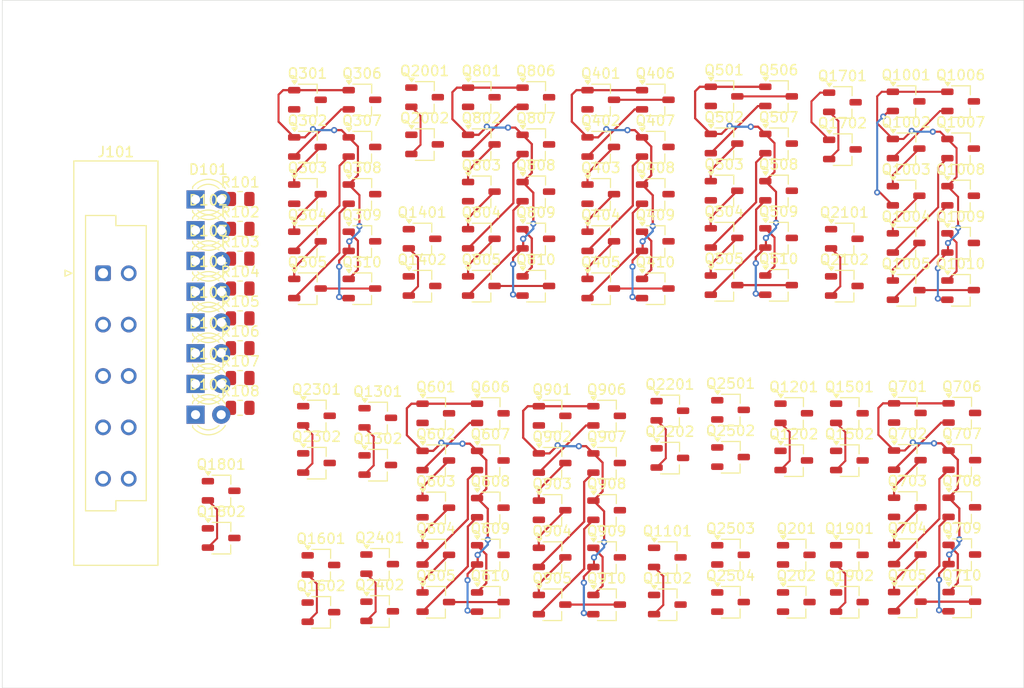
<source format=kicad_pcb>
(kicad_pcb (version 20241229) (generator "pcbnew") (generator_version "9.0")
  (layers (0 "F.Cu" signal) (2 "B.Cu" signal) (13 "F.Paste" user) (15 "B.Paste" user) (5 "F.SilkS" user "F.Silkscreen") (7 "B.SilkS" user "B.Silkscreen") (1 "F.Mask" user) (3 "B.Mask" user) (25 "Edge.Cuts" user))
  (net 0 "")
  (net 1 "Net-(D101-A)")
  (net 2 "GND")
  (net 3 "Net-(D102-A)")
  (net 4 "Net-(D103-A)")
  (net 5 "Net-(D104-A)")
  (net 6 "Net-(D105-A)")
  (net 7 "Net-(D106-A)")
  (net 8 "Net-(D107-A)")
  (net 9 "Net-(D108-A)")
  (net 10 "/CTRL2")
  (net 11 "/CTRL4")
  (net 12 "/CTRL1")
  (net 13 "/CTRL3")
  (net 14 "/CTRL0")
  (net 15 "/2and2/nand2_1/Y")
  (net 16 "VCC")
  (net 17 "/sub_ctrl3")
  (net 18 "Net-(Q301-D)")
  (net 19 "Net-(Q302-S)")
  (net 20 "/4and2/B")
  (net 21 "Net-(Q303-S)")
  (net 22 "/4and2/C")
  (net 23 "Net-(Q304-S)")
  (net 24 "/4and2/D")
  (net 25 "/4and2/Y")
  (net 26 "Net-(Q401-D)")
  (net 27 "/4and3/B")
  (net 28 "Net-(Q402-S)")
  (net 29 "Net-(Q403-S)")
  (net 30 "Net-(Q404-S)")
  (net 31 "/4and3/C")
  (net 32 "/4and3/Y")
  (net 33 "Net-(Q501-D)")
  (net 34 "Net-(Q502-S)")
  (net 35 "/4and4/B")
  (net 36 "Net-(Q503-S)")
  (net 37 "Net-(Q504-S)")
  (net 38 "/4and4/D")
  (net 39 "/4and4/Y")
  (net 40 "Net-(Q601-D)")
  (net 41 "/4and5/B")
  (net 42 "Net-(Q602-S)")
  (net 43 "Net-(Q603-S)")
  (net 44 "Net-(Q604-S)")
  (net 45 "/4and5/Y")
  (net 46 "Net-(Q701-D)")
  (net 47 "Net-(Q702-S)")
  (net 48 "Net-(Q703-S)")
  (net 49 "/4and6/C")
  (net 50 "Net-(Q704-S)")
  (net 51 "/4and6/D")
  (net 52 "/4and6/Y")
  (net 53 "Net-(Q801-D)")
  (net 54 "Net-(Q802-S)")
  (net 55 "Net-(Q803-S)")
  (net 56 "Net-(Q804-S)")
  (net 57 "/4and7/C")
  (net 58 "/4and7/Y")
  (net 59 "Net-(Q901-D)")
  (net 60 "Net-(Q902-S)")
  (net 61 "Net-(Q903-S)")
  (net 62 "Net-(Q904-S)")
  (net 63 "/4and8/D")
  (net 64 "/4and8/Y")
  (net 65 "Net-(Q1001-D)")
  (net 66 "Net-(Q1002-S)")
  (net 67 "Net-(Q1003-S)")
  (net 68 "Net-(Q1004-S)")
  (net 69 "/4and9/Y")
  (net 70 "/2and2/A")
  (net 71 "/2and2/B")
  (net 72 "Net-(Q2502-S)")
  (footprint "Package_TO_SOT_SMD:TSOT-23" (layer "F.Cu") (at 156.36 60.17)
    (property "Reference" "Q502")
    (property "Value" "NMOS")
  )
  (footprint "Package_TO_SOT_SMD:TSOT-23" (layer "F.Cu") (at 179.75 74.66)
    (property "Reference" "Q1010")
    (property "Value" "NMOS")
  )
  (footprint "Package_TO_SOT_SMD:TSOT-23" (layer "F.Cu") (at 133.25 91.505)
    (property "Reference" "Q607")
    (property "Value" "PMOS")
  )
  (footprint "Package_TO_SOT_SMD:TSOT-23" (layer "F.Cu") (at 149.56 60.505)
    (property "Reference" "Q407")
    (property "Value" "PMOS")
  )
  (footprint "Package_TO_SOT_SMD:TSOT-23" (layer "F.Cu") (at 144.75 87.09)
    (property "Reference" "Q906")
    (property "Value" "PMOS")
  )
  (footprint "Package_TO_SOT_SMD:TSOT-23" (layer "F.Cu") (at 179.75 56)
    (property "Reference" "Q1006")
    (property "Value" "PMOS")
  )
  (footprint "Package_TO_SOT_SMD:TSOT-23" (layer "F.Cu") (at 144.75 96.42)
    (property "Reference" "Q908")
    (property "Value" "PMOS")
  )
  (footprint "Package_TO_SOT_SMD:TSOT-23" (layer "F.Cu") (at 150.75 105.75)
    (property "Reference" "Q1102")
    (property "Value" "NMOS")
  )
  (footprint "Package_TO_SOT_SMD:TSOT-23" (layer "F.Cu") (at 163.5 100.835)
    (property "Reference" "Q201")
    (property "Value" "PMOS")
  )
  (footprint "Package_TO_SOT_SMD:TSOT-23" (layer "F.Cu") (at 174.36 60.665)
    (property "Reference" "Q1002")
    (property "Value" "NMOS")
  )
  (footprint "Resistor_SMD:R_0805_2012Metric" (layer "F.Cu") (at 108.515 83.35)
    (property "Reference" "R107")
    (property "Value" "330")
  )
  (footprint "Package_TO_SOT_SMD:TSOT-23" (layer "F.Cu") (at 161.75 74.165)
    (property "Reference" "Q510")
    (property "Value" "NMOS")
  )
  (footprint "Package_TO_SOT_SMD:TSOT-23" (layer "F.Cu") (at 157 91.165)
    (property "Reference" "Q2502")
    (property "Value" "NMOS")
  )
  (footprint "Package_TO_SOT_SMD:TSOT-23" (layer "F.Cu") (at 120.56 55.84)
    (property "Reference" "Q306")
    (property "Value" "PMOS")
  )
  (footprint "Package_TO_SOT_SMD:TSOT-23" (layer "F.Cu") (at 157 100.835)
    (property "Reference" "Q2503")
    (property "Value" "NMOS")
  )
  (footprint "Package_TO_SOT_SMD:TSOT-23" (layer "F.Cu") (at 149.56 55.84)
    (property "Reference" "Q406")
    (property "Value" "PMOS")
  )
  (footprint "Package_TO_SOT_SMD:TSOT-23" (layer "F.Cu") (at 156.36 64.835)
    (property "Reference" "Q503")
    (property "Value" "NMOS")
  )
  (footprint "Package_TO_SOT_SMD:TSOT-23" (layer "F.Cu") (at 168.75 91.5)
    (property "Reference" "Q1502")
    (property "Value" "NMOS")
  )
  (footprint "Package_TO_SOT_SMD:TSOT-23" (layer "F.Cu") (at 163.25 86.835)
    (property "Reference" "Q1201")
    (property "Value" "PMOS")
  )
  (footprint "Package_TO_SOT_SMD:TSOT-23" (layer "F.Cu") (at 106.635 94.5)
    (property "Reference" "Q1801")
    (property "Value" "PMOS")
  )
  (footprint "Resistor_SMD:R_0805_2012Metric" (layer "F.Cu") (at 108.515 68.6)
    (property "Reference" "R102")
    (property "Value" "330")
  )
  (footprint "Package_TO_SOT_SMD:TSOT-23" (layer "F.Cu") (at 157 105.5)
    (property "Reference" "Q2504")
    (property "Value" "PMOS")
  )
  (footprint "Package_TO_SOT_SMD:TSOT-23" (layer "F.Cu") (at 156.36 55.505)
    (property "Reference" "Q501")
    (property "Value" "PMOS")
  )
  (footprint "Package_TO_SOT_SMD:TSOT-23" (layer "F.Cu") (at 156.36 74.165)
    (property "Reference" "Q505")
    (property "Value" "NMOS")
  )
  (footprint "Package_TO_SOT_SMD:TSOT-23" (layer "F.Cu") (at 133.25 100.835)
    (property "Reference" "Q609")
    (property "Value" "PMOS")
  )
  (footprint "Package_TO_SOT_SMD:TSOT-23" (layer "F.Cu") (at 144.17 55.84)
    (property "Reference" "Q401")
    (property "Value" "PMOS")
  )
  (footprint "Package_TO_SOT_SMD:TSOT-23" (layer "F.Cu") (at 161.75 55.505)
    (property "Reference" "Q506")
    (property "Value" "PMOS")
  )
  (footprint "Package_TO_SOT_SMD:TSOT-23" (layer "F.Cu") (at 133.25 105.5)
    (property "Reference" "Q610")
    (property "Value" "NMOS")
  )
  (footprint "Package_TO_SOT_SMD:TSOT-23" (layer "F.Cu") (at 157 86.5)
    (property "Reference" "Q2501")
    (property "Value" "PMOS")
  )
  (footprint "Resistor_SMD:R_0805_2012Metric" (layer "F.Cu") (at 108.515 77.45)
    (property "Reference" "R105")
    (property "Value" "330")
  )
  (footprint "Package_TO_SOT_SMD:TSOT-23" (layer "F.Cu") (at 115.17 55.84)
    (property "Reference" "Q301")
    (property "Value" "PMOS")
  )
  (footprint "Package_TO_SOT_SMD:TSOT-23" (layer "F.Cu") (at 179.87 96.135)
    (property "Reference" "Q708")
    (property "Value" "PMOS")
  )
  (footprint "Package_TO_SOT_SMD:TSOT-23" (layer "F.Cu") (at 174.36 74.66)
    (property "Reference" "Q1005")
    (property "Value" "NMOS")
  )
  (footprint "Package_TO_SOT_SMD:TSOT-23" (layer "F.Cu") (at 116.06 91.75)
    (property "Reference" "Q2302")
    (property "Value" "NMOS")
  )
  (footprint "Package_TO_SOT_SMD:TSOT-23" (layer "F.Cu") (at 132.36 55.59)
    (property "Reference" "Q801")
    (property "Value" "PMOS")
  )
  (footprint "LED_THT:LED_D3.0mm" (layer "F.Cu") (at 104.105 65.695)
    (property "Reference" "D101")
    (property "Value" "LED1")
  )
  (footprint "Package_TO_SOT_SMD:TSOT-23" (layer "F.Cu") (at 137.75 60.255)
    (property "Reference" "Q807")
    (property "Value" "PMOS")
  )
  (footprint "Package_TO_SOT_SMD:TSOT-23" (layer "F.Cu") (at 106.635 99.165)
    (property "Reference" "Q1802")
    (property "Value" "NMOS")
  )
  (footprint "LED_THT:LED_D3.0mm" (layer "F.Cu") (at 104.105 71.775)
    (property "Reference" "D103")
    (property "Value" "LED3")
  )
  (footprint "Package_TO_SOT_SMD:TSOT-23" (layer "F.Cu") (at 127.86 105.5)
    (property "Reference" "Q605")
    (property "Value" "NMOS")
  )
  (footprint "Package_TO_SOT_SMD:TSOT-23" (layer "F.Cu") (at 132.36 69.585)
    (property "Reference" "Q804")
    (property "Value" "NMOS")
  )
  (footprint "Package_TO_SOT_SMD:TSOT-23" (layer "F.Cu") (at 163.5 105.5)
    (property "Reference" "Q202")
    (property "Value" "NMOS")
  )
  (footprint "Package_TO_SOT_SMD:TSOT-23" (layer "F.Cu") (at 149.56 74.5)
    (property "Reference" "Q410")
    (property "Value" "NMOS")
  )
  (footprint "Package_TO_SOT_SMD:TSOT-23" (layer "F.Cu") (at 168.75 86.835)
    (property "Reference" "Q1501")
    (property "Value" "PMOS")
  )
  (footprint "Package_TO_SOT_SMD:TSOT-23" (layer "F.Cu") (at 163.25 91.5)
    (property "Reference" "Q1202")
    (property "Value" "NMOS")
  )
  (footprint "Package_TO_SOT_SMD:TSOT-23" (layer "F.Cu") (at 149.56 69.835)
    (property "Reference" "Q409")
    (property "Value" "PMOS")
  )
  (footprint "LED_THT:LED_D3.0mm" (layer "F.Cu") (at 104.105 83.935)
    (property "Reference" "D107")
    (property "Value" "LED7")
  )
  (footprint "Package_TO_SOT_SMD:TSOT-23" (layer "F.Cu") (at 116.06 87.085)
    (property "Reference" "Q2301")
    (property "Value" "PMOS")
  )
  (footprint "Package_TO_SOT_SMD:TSOT-23" (layer "F.Cu") (at 115.17 65.17)
    (property "Reference" "Q303")
    (property "Value" "NMOS")
  )
  (footprint "Package_TO_SOT_SMD:TSOT-23" (layer "F.Cu") (at 122.31 106.415)
    (property "Reference" "Q2402")
    (property "Value" "NMOS")
  )
  (footprint "Resistor_SMD:R_0805_2012Metric" (layer "F.Cu") (at 108.515 74.5)
    (property "Reference" "R104")
    (property "Value" "330")
  )
  (footprint "Package_TO_SOT_SMD:TSOT-23" (layer "F.Cu") (at 161.75 69.5)
    (property "Reference" "Q509")
    (property "Value" "PMOS")
  )
  (footprint "Package_TO_SOT_SMD:TSOT-23" (layer "F.Cu") (at 137.75 74.25)
    (property "Reference" "Q810")
    (property "Value" "NMOS")
  )
  (footprint "Package_TO_SOT_SMD:TSOT-23" (layer "F.Cu") (at 179.75 65.33)
    (property "Reference" "Q1008")
    (property "Value" "PMOS")
  )
  (footprint "Package_TO_SOT_SMD:TSOT-23" (layer "F.Cu") (at 127.86 91.505)
    (property "Reference" "Q602")
    (property "Value" "NMOS")
  )
  (footprint "Package_TO_SOT_SMD:TSOT-23" (layer "F.Cu") (at 161.75 60.17)
    (property "Reference" "Q507")
    (property "Value" "PMOS")
  )
  (footprint "Package_TO_SOT_SMD:TSOT-23" (layer "F.Cu") (at 174.36 69.995)
    (property "Reference" "Q1004")
    (property "Value" "NMOS")
  )
  (footprint "Package_TO_SOT_SMD:TSOT-23" (layer "F.Cu") (at 127.86 86.84)
    (property "Reference" "Q601")
    (property "Value" "PMOS")
  )
  (footprint "LED_THT:LED_D3.0mm" (layer "F.Cu") (at 104.105 80.895)
    (property "Reference" "D106")
    (property "Value" "LED6")
  )
  (footprint "Package_TO_SOT_SMD:TSOT-23" (layer "F.Cu") (at 179.75 69.995)
    (property "Reference" "Q1009")
    (property "Value" "PMOS")
  )
  (footprint "Package_TO_SOT_SMD:TSOT-23" (layer "F.Cu") (at 179.75 60.665)
    (property "Reference" "Q1007")
    (property "Value" "PMOS")
  )
  (footprint "Package_TO_SOT_SMD:TSOT-23" (layer "F.Cu") (at 115.17 74.5)
    (property "Reference" "Q305")
    (property "Value" "NMOS")
  )
  (footprint "Package_TO_SOT_SMD:TSOT-23" (layer "F.Cu") (at 168.06 56.085)
    (property "Reference" "Q1701")
    (property "Value" "PMOS")
  )
  (footprint "Package_TO_SOT_SMD:TSOT-23" (layer "F.Cu") (at 168.75 105.5)
    (property "Reference" "Q1902")
    (property "Value" "NMOS")
  )
  (footprint "Package_TO_SOT_SMD:TSOT-23" (layer "F.Cu") (at 161.75 64.835)
    (property "Reference" "Q508")
    (property "Value" "PMOS")
  )
  (footprint "Package_TO_SOT_SMD:TSOT-23" (layer "F.Cu") (at 120.56 74.5)
    (property "Reference" "Q310")
    (property "Value" "NMOS")
  )
  (footprint "Package_TO_SOT_SMD:TSOT-23" (layer "F.Cu") (at 139.36 105.75)
    (property "Reference" "Q905")
    (property "Value" "NMOS")
  )
  (footprint "Package_TO_SOT_SMD:TSOT-23" (layer "F.Cu") (at 122.12 87.285)
    (property "Reference" "Q1301")
    (property "Value" "PMOS")
  )
  (footprint "Package_TO_SOT_SMD:TSOT-23" (layer "F.Cu") (at 116.5 106.5)
    (property "Reference" "Q1602")
    (property "Value" "NMOS")
  )
  (footprint "Package_TO_SOT_SMD:TSOT-23" (layer "F.Cu") (at 179.87 86.805)
    (property "Reference" "Q706")
    (property "Value" "PMOS")
  )
  (footprint "Package_TO_SOT_SMD:TSOT-23" (layer "F.Cu") (at 127.86 100.835)
    (property "Reference" "Q604")
    (property "Value" "NMOS")
  )
  (footprint "Package_TO_SOT_SMD:TSOT-23" (layer "F.Cu") (at 179.87 105.465)
    (property "Reference" "Q710")
    (property "Value" "NMOS")
  )
  (footprint "Resistor_SMD:R_0805_2012Metric" (layer "F.Cu") (at 108.515 80.4)
    (property "Reference" "R106")
    (property "Value" "330")
  )
  (footprint "Package_TO_SOT_SMD:TSOT-23" (layer "F.Cu") (at 137.75 64.92)
    (property "Reference" "Q808")
    (property "Value" "PMOS")
  )
  (footprint "Package_TO_SOT_SMD:TSOT-23" (layer "F.Cu") (at 174.36 56)
    (property "Reference" "Q1001")
    (property "Value" "PMOS")
  )
  (footprint "Package_TO_SOT_SMD:TSOT-23" (layer "F.Cu") (at 174.48 100.8)
    (property "Reference" "Q704")
    (property "Value" "NMOS")
  )
  (footprint "Package_TO_SOT_SMD:TSOT-23" (layer "F.Cu") (at 144.75 101.085)
    (property "Reference" "Q909")
    (property "Value" "PMOS")
  )
  (footprint "Package_TO_SOT_SMD:TSOT-23" (layer "F.Cu") (at 149.56 65.17)
    (property "Reference" "Q408")
    (property "Value" "PMOS")
  )
  (footprint "Package_TO_SOT_SMD:TSOT-23" (layer "F.Cu") (at 144.75 105.75)
    (property "Reference" "Q910")
    (property "Value" "NMOS")
  )
  (footprint "Package_TO_SOT_SMD:TSOT-23" (layer "F.Cu") (at 179.87 100.8)
    (property "Reference" "Q709")
    (property "Value" "PMOS")
  )
  (footprint "Package_TO_SOT_SMD:TSOT-23" (layer "F.Cu") (at 174.48 91.47)
    (property "Reference" "Q702")
    (property "Value" "NMOS")
  )
  (footprint "Package_TO_SOT_SMD:TSOT-23" (layer "F.Cu") (at 120.56 65.17)
    (property "Reference" "Q308")
    (property "Value" "PMOS")
  )
  (footprint "Package_TO_SOT_SMD:TSOT-23" (layer "F.Cu") (at 144.17 74.5)
    (property "Reference" "Q405")
    (property "Value" "NMOS")
  )
  (footprint "Package_TO_SOT_SMD:TSOT-23" (layer "F.Cu") (at 126.5 74.25)
    (property "Reference" "Q1402")
    (property "Value" "NMOS")
  )
  (footprint "Package_TO_SOT_SMD:TSOT-23" (layer "F.Cu") (at 174.48 96.135)
    (property "Reference" "Q703")
    (property "Value" "NMOS")
  )
  (footprint "Package_TO_SOT_SMD:TSOT-23" (layer "F.Cu") (at 139.36 91.755)
    (property "Reference" "Q902")
    (property "Value" "NMOS")
  )
  (footprint "Package_TO_SOT_SMD:TSOT-23" (layer "F.Cu") (at 168.25 69.585)
    (property "Reference" "Q2101")
    (property "Value" "PMOS")
  )
  (footprint "Package_TO_SOT_SMD:TSOT-23" (layer "F.Cu") (at 144.17 65.17)
    (property "Reference" "Q403")
    (property "Value" "NMOS")
  )
  (footprint "Package_TO_SOT_SMD:TSOT-23" (layer "F.Cu") (at 144.75 91.755)
    (property "Reference" "Q907")
    (property "Value" "PMOS")
  )
  (footprint "Package_TO_SOT_SMD:TSOT-23" (layer "F.Cu") (at 174.48 105.465)
    (property "Reference" "Q705")
    (property "Value" "NMOS")
  )
  (footprint "Package_TO_SOT_SMD:TSOT-23" (layer "F.Cu") (at 126.5 69.585)
    (property "Reference" "Q1401")
    (property "Value" "PMOS")
  )
  (footprint "Package_TO_SOT_SMD:TSOT-23" (layer "F.Cu") (at 116.5 101.835)
    (property "Reference" "Q1601")
    (property "Value" "PMOS")
  )
  (footprint "Package_TO_SOT_SMD:TSOT-23" (layer "F.Cu") (at 122.12 91.95)
    (property "Reference" "Q1302")
    (property "Value" "NMOS")
  )
  (footprint "Package_TO_SOT_SMD:TSOT-23" (layer "F.Cu") (at 126.75 60.25)
    (property "Reference" "Q2002")
    (property "Value" "NMOS")
  )
  (footprint "Package_TO_SOT_SMD:TSOT-23" (layer "F.Cu") (at 156.36 69.5)
    (property "Reference" "Q504")
    (property "Value" "NMOS")
  )
  (footprint "Package_TO_SOT_SMD:TSOT-23" (layer "F.Cu") (at 168.75 100.835)
    (property "Reference" "Q1901")
    (property "Value" "PMOS")
  )
  (footprint "Package_TO_SOT_SMD:TSOT-23" (layer "F.Cu") (at 151 91.25)
    (property "Reference" "Q2202")
    (property "Value" "NMOS")
  )
  (footprint "Connector_DIN:DIN41612_B3_2x5_Female_Vertical_THT" (layer "F.Cu") (at 94.96 70.45)
    (property "Reference" "J101")
    (property "Value" "DIN41612_02x05_AB_EvenPins")
  )
  (footprint "Package_TO_SOT_SMD:TSOT-23" (layer "F.Cu") (at 144.17 60.505)
    (property "Reference" "Q402")
    (property "Value" "NMOS")
  )
  (footprint "Package_TO_SOT_SMD:TSOT-23" (layer "F.Cu") (at 174.36 65.33)
    (property "Reference" "Q1003")
    (property "Value" "NMOS")
  )
  (footprint "Package_TO_SOT_SMD:TSOT-23" (layer "F.Cu") (at 127.86 96.17)
    (property "Reference" "Q603")
    (property "Value" "NMOS")
  )
  (footprint "Package_TO_SOT_SMD:TSOT-23" (layer "F.Cu") (at 174.48 86.805)
    (property "Reference" "Q701")
    (property "Value" "PMOS")
  )
  (footprint "Package_TO_SOT_SMD:TSOT-23" (layer "F.Cu") (at 126.75 55.585)
    (property "Reference" "Q2001")
    (property "Value" "PMOS")
  )
  (footprint "Package_TO_SOT_SMD:TSOT-23" (layer "F.Cu") (at 133.25 96.17)
    (property "Reference" "Q608")
    (property "Value" "PMOS")
  )
  (footprint "Package_TO_SOT_SMD:TSOT-23" (layer "F.Cu") (at 179.87 91.47)
    (property "Reference" "Q707")
    (property "Value" "PMOS")
  )
  (footprint "Package_TO_SOT_SMD:TSOT-23" (layer "F.Cu") (at 139.36 101.085)
    (property "Reference" "Q904")
    (property "Value" "NMOS")
  )
  (footprint "Resistor_SMD:R_0805_2012Metric" (layer "F.Cu") (at 108.515 71.55)
    (property "Reference" "R103")
    (property "Value" "330")
  )
  (footprint "Package_TO_SOT_SMD:TSOT-23" (layer "F.Cu") (at 133.25 86.84)
    (property "Reference" "Q606")
    (property "Value" "PMOS")
  )
  (footprint "LED_THT:LED_D3.0mm" (layer "F.Cu") (at 104.105 74.815)
    (property "Reference" "D104")
    (property "Value" "LED4")
  )
  (footprint "Package_TO_SOT_SMD:TSOT-23" (layer "F.Cu") (at 115.17 60.505)
    (property "Reference" "Q302")
    (property "Value" "NMOS")
  )
  (footprint "Package_TO_SOT_SMD:TSOT-23" (layer "F.Cu") (at 139.36 96.42)
    (property "Reference" "Q903")
    (property "Value" "NMOS")
  )
  (footprint "Package_TO_SOT_SMD:TSOT-23" (layer "F.Cu") (at 168.06 60.75)
    (property "Reference" "Q1702")
    (property "Value" "NMOS")
  )
  (footprint "LED_THT:LED_D3.0mm" (layer "F.Cu") (at 104.105 68.735)
    (property "Reference" "D102")
    (property "Value" "LED2")
  )
  (footprint "Package_TO_SOT_SMD:TSOT-23" (layer "F.Cu") (at 132.36 74.25)
    (property "Reference" "Q805")
    (property "Value" "NMOS")
  )
  (footprint "Resistor_SMD:R_0805_2012Metric" (layer "F.Cu") (at 108.515 86.3)
    (property "Reference" "R108")
    (property "Value" "330")
  )
  (footprint "Package_TO_SOT_SMD:TSOT-23" (layer "F.Cu") (at 139.36 87.09)
    (property "Reference" "Q901")
    (property "Value" "PMOS")
  )
  (footprint "Package_TO_SOT_SMD:TSOT-23" (layer "F.Cu") (at 137.75 69.585)
    (property "Reference" "Q809")
    (property "Value" "PMOS")
  )
  (footprint "Package_TO_SOT_SMD:TSOT-23" (layer "F.Cu") (at 137.75 55.59)
    (property "Reference" "Q806")
    (property "Value" "PMOS")
  )
  (footprint "Resistor_SMD:R_0805_2012Metric" (layer "F.Cu") (at 108.515 65.65)
    (property "Reference" "R101")
    (property "Value" "330")
  )
  (footprint "Package_TO_SOT_SMD:TSOT-23" (layer "F.Cu") (at 120.56 60.505)
    (property "Reference" "Q307")
    (property "Value" "PMOS")
  )
  (footprint "Package_TO_SOT_SMD:TSOT-23" (layer "F.Cu") (at 168.25 74.25)
    (property "Reference" "Q2102")
    (property "Value" "NMOS")
  )
  (footprint "Package_TO_SOT_SMD:TSOT-23" (layer "F.Cu") (at 150.75 101.085)
    (property "Reference" "Q1101")
    (property "Value" "PMOS")
  )
  (footprint "Package_TO_SOT_SMD:TSOT-23" (layer "F.Cu") (at 122.31 101.75)
    (property "Reference" "Q2401")
    (property "Value" "PMOS")
  )
  (footprint "Package_TO_SOT_SMD:TSOT-23" (layer "F.Cu") (at 151 86.585)
    (property "Reference" "Q2201")
    (property "Value" "PMOS")
  )
  (footprint "LED_THT:LED_D3.0mm" (layer "F.Cu") (at 104.105 77.855)
    (property "Reference" "D105")
    (property "Value" "LED5")
  )
  (footprint "Package_TO_SOT_SMD:TSOT-23" (layer "F.Cu") (at 144.17 69.835)
    (property "Reference" "Q404")
    (property "Value" "NMOS")
  )
  (footprint "LED_THT:LED_D3.0mm" (layer "F.Cu") (at 104.105 86.975)
    (property "Reference" "D108")
    (property "Value" "LED8")
  )
  (footprint "Package_TO_SOT_SMD:TSOT-23" (layer "F.Cu") (at 120.56 69.835)
    (property "Reference" "Q309")
    (property "Value" "PMOS")
  )
  (footprint "Package_TO_SOT_SMD:TSOT-23" (layer "F.Cu") (at 132.36 60.255)
    (property "Reference" "Q802")
    (property "Value" "NMOS")
  )
  (footprint "Package_TO_SOT_SMD:TSOT-23" (layer "F.Cu") (at 132.36 64.92)
    (property "Reference" "Q803")
    (property "Value" "NMOS")
  )
  (footprint "Package_TO_SOT_SMD:TSOT-23" (layer "F.Cu") (at 115.17 69.835)
    (property "Reference" "Q304")
    (property "Value" "NMOS")
  )
  (gr_rect (start 85 46) (end 186 114) (stroke (width 0.05)) (fill no) (layer "Edge.Cuts"))
  (segment (start 175.79 105.465) (end 181.18 105.465) (width 0.2) (layer "F.Cu") (net 2))
  (segment (start 157.67 74.165) (end 163.06 74.165) (width 0.2) (layer "F.Cu") (net 2))
  (segment (start 145.48 74.5) (end 150.87 74.5) (width 0.2) (layer "F.Cu") (net 2))
  (segment (start 133.67 74.25) (end 139.06 74.25) (width 0.2) (layer "F.Cu") (net 2))
  (segment (start 129.17 105.5) (end 134.56 105.5) (width 0.2) (layer "F.Cu") (net 2))
  (segment (start 129.17 105.5) (end 134.56 105.5) (width 0.2) (layer "F.Cu") (net 2))
  (segment (start 157.67 74.165) (end 163.06 74.165) (width 0.2) (layer "F.Cu") (net 2))
  (segment (start 116.48 74.5) (end 121.87 74.5) (width 0.2) (layer "F.Cu") (net 2))
  (segment (start 175.79 105.465) (end 181.18 105.465) (width 0.2) (layer "F.Cu") (net 2))
  (segment (start 145.48 74.5) (end 150.87 74.5) (width 0.2) (layer "F.Cu") (net 2))
  (segment (start 175.67 74.66) (end 181.06 74.66) (width 0.2) (layer "F.Cu") (net 2))
  (segment (start 133.67 74.25) (end 139.06 74.25) (width 0.2) (layer "F.Cu") (net 2))
  (segment (start 140.67 105.75) (end 146.06 105.75) (width 0.2) (layer "F.Cu") (net 2))
  (segment (start 116.48 74.5) (end 121.87 74.5) (width 0.2) (layer "F.Cu") (net 2))
  (segment (start 140.67 105.75) (end 146.06 105.75) (width 0.2) (layer "F.Cu") (net 2))
  (segment (start 136.44 56.54) (end 135.715 56.54) (width 0.2) (layer "F.Cu") (net 10))
  (segment (start 168.351 105.539) (end 167.44 106.45) (width 0.2) (layer "F.Cu") (net 10))
  (segment (start 168.351 102.696) (end 168.351 105.539) (width 0.2) (layer "F.Cu") (net 10))
  (segment (start 166.94 70.535) (end 167.851 71.446) (width 0.2) (layer "F.Cu") (net 10))
  (segment (start 162.851 91.539) (end 161.94 92.45) (width 0.2) (layer "F.Cu") (net 10))
  (segment (start 167.44 101.785) (end 168.351 102.696) (width 0.2) (layer "F.Cu") (net 10))
  (segment (start 178.44 56.95) (end 177.715 56.95) (width 0.2) (layer "F.Cu") (net 10))
  (segment (start 150.601 88.446) (end 150.601 91.289) (width 0.2) (layer "F.Cu") (net 10))
  (segment (start 177.835 87.755) (end 173.17 92.42) (width 0.2) (layer "F.Cu") (net 10))
  (segment (start 143.44 88.04) (end 142.715 88.04) (width 0.2) (layer "F.Cu") (net 10))
  (segment (start 178.56 87.755) (end 177.835 87.755) (width 0.2) (layer "F.Cu") (net 10))
  (segment (start 162.851 88.696) (end 162.851 91.539) (width 0.2) (layer "F.Cu") (net 10))
  (segment (start 135.715 56.54) (end 131.05 61.205) (width 0.2) (layer "F.Cu") (net 10))
  (segment (start 142.715 88.04) (end 138.05 92.705) (width 0.2) (layer "F.Cu") (net 10))
  (segment (start 167.851 74.289) (end 166.94 75.2) (width 0.2) (layer "F.Cu") (net 10))
  (segment (start 149.69 87.535) (end 150.601 88.446) (width 0.2) (layer "F.Cu") (net 10))
  (segment (start 167.851 71.446) (end 167.851 74.289) (width 0.2) (layer "F.Cu") (net 10))
  (segment (start 161.94 87.785) (end 162.851 88.696) (width 0.2) (layer "F.Cu") (net 10))
  (segment (start 150.601 91.289) (end 149.69 92.2) (width 0.2) (layer "F.Cu") (net 10))
  (segment (start 177.835 87.755) (end 173.17 92.42) (width 0.2) (layer "F.Cu") (net 10))
  (segment (start 143.44 88.04) (end 142.715 88.04) (width 0.2) (layer "F.Cu") (net 10))
  (segment (start 142.715 88.04) (end 138.05 92.705) (width 0.2) (layer "F.Cu") (net 10))
  (segment (start 136.44 56.54) (end 135.715 56.54) (width 0.2) (layer "F.Cu") (net 10))
  (segment (start 178.56 87.755) (end 177.835 87.755) (width 0.2) (layer "F.Cu") (net 10))
  (segment (start 135.715 56.54) (end 131.05 61.205) (width 0.2) (layer "F.Cu") (net 10))
  (segment (start 177.715 56.95) (end 173.05 61.615) (width 0.2) (layer "F.Cu") (net 10))
  (segment (start 149.44 102.035) (end 150.351 102.946) (width 0.2) (layer "F.Cu") (net 11))
  (segment (start 150.351 105.789) (end 149.44 106.7) (width 0.2) (layer "F.Cu") (net 11))
  (segment (start 150.351 102.946) (end 150.351 105.789) (width 0.2) (layer "F.Cu") (net 11))
  (segment (start 167.661 57.946) (end 167.661 60.789) (width 0.2) (layer "F.Cu") (net 12))
  (segment (start 155.05 70.45) (end 159.529 65.971) (width 0.2) (layer "F.Cu") (net 12))
  (segment (start 142.529 97.556) (end 142.529 93.616) (width 0.2) (layer "F.Cu") (net 12))
  (segment (start 159.529 62.031) (end 160.44 61.12) (width 0.2) (layer "F.Cu") (net 12))
  (segment (start 142.529 97.556) (end 142.529 93.616) (width 0.2) (layer "F.Cu") (net 12))
  (segment (start 159.529 62.031) (end 160.44 61.12) (width 0.2) (layer "F.Cu") (net 12))
  (segment (start 142.529 93.616) (end 143.44 92.705) (width 0.2) (layer "F.Cu") (net 12))
  (segment (start 177.529 66.466) (end 177.529 62.526) (width 0.2) (layer "F.Cu") (net 12))
  (segment (start 177.529 62.526) (end 178.44 61.615) (width 0.2) (layer "F.Cu") (net 12))
  (segment (start 138.05 102.035) (end 142.529 97.556) (width 0.2) (layer "F.Cu") (net 12))
  (segment (start 167.661 60.789) (end 166.75 61.7) (width 0.2) (layer "F.Cu") (net 12))
  (segment (start 168.351 88.696) (end 168.351 91.539) (width 0.2) (layer "F.Cu") (net 12))
  (segment (start 121.721 89.146) (end 121.721 91.989) (width 0.2) (layer "F.Cu") (net 12))
  (segment (start 167.44 87.785) (end 168.351 88.696) (width 0.2) (layer "F.Cu") (net 12))
  (segment (start 168.351 91.539) (end 167.44 92.45) (width 0.2) (layer "F.Cu") (net 12))
  (segment (start 131.029 97.306) (end 131.029 93.366) (width 0.2) (layer "F.Cu") (net 12))
  (segment (start 131.029 93.366) (end 131.94 92.455) (width 0.2) (layer "F.Cu") (net 12))
  (segment (start 120.81 88.235) (end 121.721 89.146) (width 0.2) (layer "F.Cu") (net 12))
  (segment (start 142.529 93.616) (end 143.44 92.705) (width 0.2) (layer "F.Cu") (net 12))
  (segment (start 166.75 57.035) (end 167.661 57.946) (width 0.2) (layer "F.Cu") (net 12))
  (segment (start 115.661 91.789) (end 114.75 92.7) (width 0.2) (layer "F.Cu") (net 12))
  (segment (start 138.05 102.035) (end 142.529 97.556) (width 0.2) (layer "F.Cu") (net 12))
  (segment (start 126.55 101.785) (end 131.029 97.306) (width 0.2) (layer "F.Cu") (net 12))
  (segment (start 173.05 70.945) (end 177.529 66.466) (width 0.2) (layer "F.Cu") (net 12))
  (segment (start 115.661 88.946) (end 115.661 91.789) (width 0.2) (layer "F.Cu") (net 12))
  (segment (start 159.529 65.971) (end 159.529 62.031) (width 0.2) (layer "F.Cu") (net 12))
  (segment (start 159.529 65.971) (end 159.529 62.031) (width 0.2) (layer "F.Cu") (net 12))
  (segment (start 131.029 97.306) (end 131.029 93.366) (width 0.2) (layer "F.Cu") (net 12))
  (segment (start 155.05 70.45) (end 159.529 65.971) (width 0.2) (layer "F.Cu") (net 12))
  (segment (start 126.55 101.785) (end 131.029 97.306) (width 0.2) (layer "F.Cu") (net 12))
  (segment (start 121.721 91.989) (end 120.81 92.9) (width 0.2) (layer "F.Cu") (net 12))
  (segment (start 131.029 93.366) (end 131.94 92.455) (width 0.2) (layer "F.Cu") (net 12))
  (segment (start 114.75 88.035) (end 115.661 88.946) (width 0.2) (layer "F.Cu") (net 12))
  (segment (start 121.911 103.611) (end 121.911 106.454) (width 0.2) (layer "F.Cu") (net 13))
  (segment (start 121.911 106.454) (end 121 107.365) (width 0.2) (layer "F.Cu") (net 13))
  (segment (start 121 102.7) (end 121.911 103.611) (width 0.2) (layer "F.Cu") (net 13))
  (segment (start 142.86 75.45) (end 147.339 70.971) (width 0.2) (layer "F.Cu") (net 14))
  (segment (start 131.05 75.2) (end 135.529 70.721) (width 0.2) (layer "F.Cu") (net 14))
  (segment (start 126.55 106.45) (end 131.029 101.971) (width 0.2) (layer "F.Cu") (net 14))
  (segment (start 147.339 67.031) (end 148.25 66.12) (width 0.2) (layer "F.Cu") (net 14))
  (segment (start 126.351 60.289) (end 125.44 61.2) (width 0.2) (layer "F.Cu") (net 14))
  (segment (start 115.19 102.785) (end 116.101 103.696) (width 0.2) (layer "F.Cu") (net 14))
  (segment (start 177.529 67.191) (end 178.44 66.28) (width 0.2) (layer "F.Cu") (net 14))
  (segment (start 126.101 74.289) (end 125.19 75.2) (width 0.2) (layer "F.Cu") (net 14))
  (segment (start 125.19 70.535) (end 126.101 71.446) (width 0.2) (layer "F.Cu") (net 14))
  (segment (start 135.529 66.781) (end 136.44 65.87) (width 0.2) (layer "F.Cu") (net 14))
  (segment (start 131.029 98.031) (end 131.94 97.12) (width 0.2) (layer "F.Cu") (net 14))
  (segment (start 126.351 57.446) (end 126.351 60.289) (width 0.2) (layer "F.Cu") (net 14))
  (segment (start 173.05 75.61) (end 177.529 71.131) (width 0.2) (layer "F.Cu") (net 14))
  (segment (start 131.029 98.031) (end 131.94 97.12) (width 0.2) (layer "F.Cu") (net 14))
  (segment (start 142.86 75.45) (end 147.339 70.971) (width 0.2) (layer "F.Cu") (net 14))
  (segment (start 125.44 56.535) (end 126.351 57.446) (width 0.2) (layer "F.Cu") (net 14))
  (segment (start 126.55 106.45) (end 131.029 101.971) (width 0.2) (layer "F.Cu") (net 14))
  (segment (start 106.236 96.361) (end 106.236 99.204) (width 0.2) (layer "F.Cu") (net 14))
  (segment (start 147.339 67.031) (end 148.25 66.12) (width 0.2) (layer "F.Cu") (net 14))
  (segment (start 147.339 70.971) (end 147.339 67.031) (width 0.2) (layer "F.Cu") (net 14))
  (segment (start 131.029 101.971) (end 131.029 98.031) (width 0.2) (layer "F.Cu") (net 14))
  (segment (start 105.325 95.45) (end 106.236 96.361) (width 0.2) (layer "F.Cu") (net 14))
  (segment (start 135.529 70.721) (end 135.529 66.781) (width 0.2) (layer "F.Cu") (net 14))
  (segment (start 126.101 71.446) (end 126.101 74.289) (width 0.2) (layer "F.Cu") (net 14))
  (segment (start 116.101 106.539) (end 115.19 107.45) (width 0.2) (layer "F.Cu") (net 14))
  (segment (start 147.339 70.971) (end 147.339 67.031) (width 0.2) (layer "F.Cu") (net 14))
  (segment (start 116.101 103.696) (end 116.101 106.539) (width 0.2) (layer "F.Cu") (net 14))
  (segment (start 106.236 99.204) (end 105.325 100.115) (width 0.2) (layer "F.Cu") (net 14))
  (segment (start 131.029 101.971) (end 131.029 98.031) (width 0.2) (layer "F.Cu") (net 14))
  (segment (start 135.529 70.721) (end 135.529 66.781) (width 0.2) (layer "F.Cu") (net 14))
  (segment (start 177.529 71.131) (end 177.529 67.191) (width 0.2) (layer "F.Cu") (net 14))
  (segment (start 135.529 66.781) (end 136.44 65.87) (width 0.2) (layer "F.Cu") (net 14))
  (segment (start 131.05 75.2) (end 135.529 70.721) (width 0.2) (layer "F.Cu") (net 14))
  (segment (start 163.06 55.505) (end 157.67 55.505) (width 0.2) (layer "F.Cu") (net 16))
  (segment (start 150.87 55.84) (end 145.48 55.84) (width 0.2) (layer "F.Cu") (net 16))
  (segment (start 142.86 56.79) (end 142.46 56.79) (width 0.2) (layer "F.Cu") (net 17))
  (segment (start 126.55 87.79) (end 126.15 87.79) (width 0.2) (layer "F.Cu") (net 17))
  (segment (start 173.17 87.755) (end 172.77 87.755) (width 0.2) (layer "F.Cu") (net 17))
  (segment (start 171.77 65) (end 173.05 66.28) (width 0.2) (layer "F.Cu") (net 17))
  (segment (start 113.86 56.79) (end 113.46 56.79) (width 0.2) (layer "F.Cu") (net 17))
  (segment (start 173.05 56.95) (end 172.65 56.95) (width 0.2) (layer "F.Cu") (net 17))
  (segment (start 155.05 56.455) (end 154.65 56.455) (width 0.2) (layer "F.Cu") (net 17))
  (segment (start 155.05 56.455) (end 154.65 56.455) (width 0.2) (layer "F.Cu") (net 17))
  (segment (start 171.5 65) (end 171.77 65) (width 0.2) (layer "F.Cu") (net 17))
  (segment (start 142.86 56.79) (end 142.46 56.79) (width 0.2) (layer "F.Cu") (net 17))
  (segment (start 131.05 56.54) (end 130.65 56.54) (width 0.2) (layer "F.Cu") (net 17))
  (segment (start 173.17 87.755) (end 172.77 87.755) (width 0.2) (layer "F.Cu") (net 17))
  (segment (start 138.05 88.04) (end 137.65 88.04) (width 0.2) (layer "F.Cu") (net 17))
  (segment (start 131.05 56.54) (end 130.65 56.54) (width 0.2) (layer "F.Cu") (net 17))
  (segment (start 138.05 88.04) (end 137.65 88.04) (width 0.2) (layer "F.Cu") (net 17))
  (segment (start 126.55 87.79) (end 126.15 87.79) (width 0.2) (layer "F.Cu") (net 17))
  (segment (start 113.86 56.79) (end 113.46 56.79) (width 0.2) (layer "F.Cu") (net 17))
  (segment (start 172.65 56.95) (end 172.1 57.5) (width 0.2) (layer "F.Cu") (net 17))
  (via (at 172.1 57.5) (size 0.6) (drill 0.3) (layers "F.Cu" "B.Cu") (net 17))
  (via (at 171.5 65) (size 0.6) (drill 0.3) (layers "F.Cu" "B.Cu") (net 17))
  (segment (start 171.5 58.1) (end 171.5 65) (width 0.2) (layer "B.Cu") (net 17))
  (segment (start 172.1 57.5) (end 171.5 58.1) (width 0.2) (layer "B.Cu") (net 17))
  (segment (start 120.161 63.309) (end 119.25 64.22) (width 0.2) (layer "F.Cu") (net 18))
  (segment (start 120.31 65.28) (end 120.31 68.34) (width 0.2) (layer "F.Cu") (net 18))
  (segment (start 119.25 75.45) (end 118.42 75.45) (width 0.2) (layer "F.Cu") (net 18))
  (segment (start 118.31 72.34) (end 118.31 71.725) (width 0.2) (layer "F.Cu") (net 18))
  (segment (start 112.31 55.34) (end 112.31 58.005) (width 0.2) (layer "F.Cu") (net 18))
  (segment (start 112.31 58.005) (end 113.86 59.555) (width 0.2) (layer "F.Cu") (net 18))
  (segment (start 113.86 59.555) (end 114.91147 59.555) (width 0.2) (layer "F.Cu") (net 18))
  (segment (start 117.81 58.84) (end 118.535 58.84) (width 0.2) (layer "F.Cu") (net 18))
  (segment (start 119.31 69.84) (end 119.31 70.725) (width 0.2) (layer "F.Cu") (net 18))
  (segment (start 112.76 54.89) (end 112.31 55.34) (width 0.2) (layer "F.Cu") (net 18))
  (segment (start 118.42 75.45) (end 118.31 75.34) (width 0.2) (layer "F.Cu") (net 18))
  (segment (start 120.161 63.309) (end 119.25 64.22) (width 0.2) (layer "F.Cu") (net 18))
  (segment (start 120.161 60.466) (end 120.161 63.309) (width 0.2) (layer "F.Cu") (net 18))
  (segment (start 119.25 59.555) (end 120.161 60.466) (width 0.2) (layer "F.Cu") (net 18))
  (segment (start 112.31 55.34) (end 112.31 58.005) (width 0.2) (layer "F.Cu") (net 18))
  (segment (start 119.25 54.89) (end 113.86 54.89) (width 0.2) (layer "F.Cu") (net 18))
  (segment (start 113.86 59.555) (end 114.91147 59.555) (width 0.2) (layer "F.Cu") (net 18))
  (segment (start 112.76 54.89) (end 112.31 55.34) (width 0.2) (layer "F.Cu") (net 18))
  (segment (start 119.25 64.22) (end 120.31 65.28) (width 0.2) (layer "F.Cu") (net 18))
  (segment (start 118.31 71.725) (end 119.25 70.785) (width 0.2) (layer "F.Cu") (net 18))
  (segment (start 117.81 58.84) (end 118.535 58.84) (width 0.2) (layer "F.Cu") (net 18))
  (segment (start 113.86 54.89) (end 112.76 54.89) (width 0.2) (layer "F.Cu") (net 18))
  (segment (start 120.161 60.466) (end 120.161 63.309) (width 0.2) (layer "F.Cu") (net 18))
  (segment (start 118.42 75.45) (end 118.31 75.34) (width 0.2) (layer "F.Cu") (net 18))
  (segment (start 120.31 65.28) (end 120.31 68.34) (width 0.2) (layer "F.Cu") (net 18))
  (segment (start 118.535 58.84) (end 119.25 59.555) (width 0.2) (layer "F.Cu") (net 18))
  (segment (start 118.31 71.725) (end 119.25 70.785) (width 0.2) (layer "F.Cu") (net 18))
  (segment (start 119.25 75.45) (end 118.42 75.45) (width 0.2) (layer "F.Cu") (net 18))
  (segment (start 119.25 64.22) (end 120.31 65.28) (width 0.2) (layer "F.Cu") (net 18))
  (segment (start 114.91147 59.555) (end 115.718235 58.748235) (width 0.2) (layer "F.Cu") (net 18))
  (segment (start 113.86 54.89) (end 112.76 54.89) (width 0.2) (layer "F.Cu") (net 18))
  (segment (start 114.91147 59.555) (end 115.718235 58.748235) (width 0.2) (layer "F.Cu") (net 18))
  (segment (start 119.25 59.555) (end 120.161 60.466) (width 0.2) (layer "F.Cu") (net 18))
  (segment (start 118.535 58.84) (end 119.25 59.555) (width 0.2) (layer "F.Cu") (net 18))
  (segment (start 119.25 54.89) (end 113.86 54.89) (width 0.2) (layer "F.Cu") (net 18))
  (segment (start 118.31 72.34) (end 118.31 71.725) (width 0.2) (layer "F.Cu") (net 18))
  (segment (start 119.31 70.725) (end 119.25 70.785) (width 0.2) (layer "F.Cu") (net 18))
  (segment (start 119.31 70.725) (end 119.25 70.785) (width 0.2) (layer "F.Cu") (net 18))
  (segment (start 112.31 58.005) (end 113.86 59.555) (width 0.2) (layer "F.Cu") (net 18))
  (segment (start 119.31 69.84) (end 119.31 70.725) (width 0.2) (layer "F.Cu") (net 18))
  (via (at 118.31 72.34) (size 0.6) (drill 0.3) (layers "F.Cu" "B.Cu") (net 18))
  (via (at 119.31 69.84) (size 0.6) (drill 0.3) (layers "F.Cu" "B.Cu") (net 18))
  (via (at 118.31 75.34) (size 0.6) (drill 0.3) (layers "F.Cu" "B.Cu") (net 18))
  (via (at 119.31 69.84) (size 0.6) (drill 0.3) (layers "F.Cu" "B.Cu") (net 18))
  (via (at 120.31 68.34) (size 0.6) (drill 0.3) (layers "F.Cu" "B.Cu") (net 18))
  (via (at 120.31 68.34) (size 0.6) (drill 0.3) (layers "F.Cu" "B.Cu") (net 18))
  (via (at 117.81 58.84) (size 0.6) (drill 0.3) (layers "F.Cu" "B.Cu") (net 18))
  (via (at 115.718235 58.748235) (size 0.6) (drill 0.3) (layers "F.Cu" "B.Cu") (net 18))
  (via (at 118.31 75.34) (size 0.6) (drill 0.3) (layers "F.Cu" "B.Cu") (net 18))
  (via (at 115.718235 58.748235) (size 0.6) (drill 0.3) (layers "F.Cu" "B.Cu") (net 18))
  (via (at 117.81 58.84) (size 0.6) (drill 0.3) (layers "F.Cu" "B.Cu") (net 18))
  (via (at 118.31 72.34) (size 0.6) (drill 0.3) (layers "F.Cu" "B.Cu") (net 18))
  (segment (start 120.31 68.34) (end 120.31 68.84) (width 0.2) (layer "B.Cu") (net 18))
  (segment (start 118.31 75.34) (end 118.31 72.34) (width 0.2) (layer "B.Cu") (net 18))
  (segment (start 120.31 68.84) (end 119.31 69.84) (width 0.2) (layer "B.Cu") (net 18))
  (segment (start 115.718235 58.748235) (end 115.81 58.84) (width 0.2) (layer "B.Cu") (net 18))
  (segment (start 115.81 58.84) (end 117.81 58.84) (width 0.2) (layer "B.Cu") (net 18))
  (segment (start 115.718235 58.748235) (end 115.81 58.84) (width 0.2) (layer "B.Cu") (net 18))
  (segment (start 115.81 58.84) (end 117.81 58.84) (width 0.2) (layer "B.Cu") (net 18))
  (segment (start 120.31 68.84) (end 119.31 69.84) (width 0.2) (layer "B.Cu") (net 18))
  (segment (start 118.31 75.34) (end 118.31 72.34) (width 0.2) (layer "B.Cu") (net 18))
  (segment (start 120.31 68.34) (end 120.31 68.84) (width 0.2) (layer "B.Cu") (net 18))
  (segment (start 113.86 63.125) (end 113.86 64.22) (width 0.2) (layer "F.Cu") (net 19))
  (segment (start 116.48 60.505) (end 113.86 63.125) (width 0.2) (layer "F.Cu") (net 19))
  (segment (start 113.86 63.125) (end 113.86 64.22) (width 0.2) (layer "F.Cu") (net 19))
  (segment (start 116.48 60.505) (end 113.86 63.125) (width 0.2) (layer "F.Cu") (net 19))
  (segment (start 118.525 56.79) (end 113.86 61.455) (width 0.2) (layer "F.Cu") (net 20))
  (segment (start 119.25 56.79) (end 118.525 56.79) (width 0.2) (layer "F.Cu") (net 20))
  (segment (start 118.525 56.79) (end 113.86 61.455) (width 0.2) (layer "F.Cu") (net 20))
  (segment (start 119.25 56.79) (end 118.525 56.79) (width 0.2) (layer "F.Cu") (net 20))
  (segment (start 113.86 67.79) (end 113.86 68.885) (width 0.2) (layer "F.Cu") (net 21))
  (segment (start 113.86 67.79) (end 113.86 68.885) (width 0.2) (layer "F.Cu") (net 21))
  (segment (start 116.48 65.17) (end 113.86 67.79) (width 0.2) (layer "F.Cu") (net 21))
  (segment (start 116.48 65.17) (end 113.86 67.79) (width 0.2) (layer "F.Cu") (net 21))
  (segment (start 113.86 70.785) (end 118.339 66.306) (width 0.2) (layer "F.Cu") (net 22))
  (segment (start 118.339 66.306) (end 118.339 62.366) (width 0.2) (layer "F.Cu") (net 22))
  (segment (start 118.339 66.306) (end 118.339 62.366) (width 0.2) (layer "F.Cu") (net 22))
  (segment (start 118.339 62.366) (end 119.25 61.455) (width 0.2) (layer "F.Cu") (net 22))
  (segment (start 118.339 62.366) (end 119.25 61.455) (width 0.2) (layer "F.Cu") (net 22))
  (segment (start 113.86 70.785) (end 118.339 66.306) (width 0.2) (layer "F.Cu") (net 22))
  (segment (start 113.86 72.455) (end 113.86 73.55) (width 0.2) (layer "F.Cu") (net 23))
  (segment (start 113.86 72.455) (end 113.86 73.55) (width 0.2) (layer "F.Cu") (net 23))
  (segment (start 116.48 69.835) (end 113.86 72.455) (width 0.2) (layer "F.Cu") (net 23))
  (segment (start 116.48 69.835) (end 113.86 72.455) (width 0.2) (layer "F.Cu") (net 23))
  (segment (start 113.86 75.45) (end 118.339 70.971) (width 0.2) (layer "F.Cu") (net 24))
  (segment (start 118.339 70.971) (end 118.339 67.031) (width 0.2) (layer "F.Cu") (net 24))
  (segment (start 113.86 75.45) (end 118.339 70.971) (width 0.2) (layer "F.Cu") (net 24))
  (segment (start 118.339 67.031) (end 119.25 66.12) (width 0.2) (layer "F.Cu") (net 24))
  (segment (start 118.339 70.971) (end 118.339 67.031) (width 0.2) (layer "F.Cu") (net 24))
  (segment (start 118.339 67.031) (end 119.25 66.12) (width 0.2) (layer "F.Cu") (net 24))
  (segment (start 119.25 68.885) (end 120.161 69.796) (width 0.2) (layer "F.Cu") (net 25))
  (segment (start 120.161 69.796) (end 120.161 72.639) (width 0.2) (layer "F.Cu") (net 25))
  (segment (start 120.161 72.639) (end 119.25 73.55) (width 0.2) (layer "F.Cu") (net 25))
  (segment (start 120.161 69.796) (end 120.161 72.639) (width 0.2) (layer "F.Cu") (net 25))
  (segment (start 120.161 72.639) (end 119.25 73.55) (width 0.2) (layer "F.Cu") (net 25))
  (segment (start 119.25 68.885) (end 120.161 69.796) (width 0.2) (layer "F.Cu") (net 25))
  (segment (start 143.91147 59.555) (end 144.718235 58.748235) (width 0.2) (layer "F.Cu") (net 26))
  (segment (start 148.31 70.725) (end 148.25 70.785) (width 0.2) (layer "F.Cu") (net 26))
  (segment (start 147.31 71.725) (end 148.25 70.785) (width 0.2) (layer "F.Cu") (net 26))
  (segment (start 147.31 72.34) (end 147.31 71.725) (width 0.2) (layer "F.Cu") (net 26))
  (segment (start 141.31 55.34) (end 141.31 58.005) (width 0.2) (layer "F.Cu") (net 26))
  (segment (start 141.31 58.005) (end 142.86 59.555) (width 0.2) (layer "F.Cu") (net 26))
  (segment (start 148.25 54.89) (end 142.86 54.89) (width 0.2) (layer "F.Cu") (net 26))
  (segment (start 148.25 54.89) (end 142.86 54.89) (width 0.2) (layer "F.Cu") (net 26))
  (segment (start 141.76 54.89) (end 141.31 55.34) (width 0.2) (layer "F.Cu") (net 26))
  (segment (start 142.86 54.89) (end 141.76 54.89) (width 0.2) (layer "F.Cu") (net 26))
  (segment (start 148.31 70.725) (end 148.25 70.785) (width 0.2) (layer "F.Cu") (net 26))
  (segment (start 148.31 69.84) (end 148.31 70.725) (width 0.2) (layer "F.Cu") (net 26))
  (segment (start 147.31 71.725) (end 148.25 70.785) (width 0.2) (layer "F.Cu") (net 26))
  (segment (start 147.535 58.84) (end 148.25 59.555) (width 0.2) (layer "F.Cu") (net 26))
  (segment (start 141.76 54.89) (end 141.31 55.34) (width 0.2) (layer "F.Cu") (net 26))
  (segment (start 149.31 65.28) (end 149.31 68.34) (width 0.2) (layer "F.Cu") (net 26))
  (segment (start 147.535 58.84) (end 148.25 59.555) (width 0.2) (layer "F.Cu") (net 26))
  (segment (start 149.161 63.309) (end 148.25 64.22) (width 0.2) (layer "F.Cu") (net 26))
  (segment (start 146.81 58.84) (end 147.535 58.84) (width 0.2) (layer "F.Cu") (net 26))
  (segment (start 148.25 75.45) (end 147.42 75.45) (width 0.2) (layer "F.Cu") (net 26))
  (segment (start 141.31 55.34) (end 141.31 58.005) (width 0.2) (layer "F.Cu") (net 26))
  (segment (start 148.25 75.45) (end 147.42 75.45) (width 0.2) (layer "F.Cu") (net 26))
  (segment (start 148.25 59.555) (end 149.161 60.466) (width 0.2) (layer "F.Cu") (net 26))
  (segment (start 147.42 75.45) (end 147.31 75.34) (width 0.2) (layer "F.Cu") (net 26))
  (segment (start 146.81 58.84) (end 147.535 58.84) (width 0.2) (layer "F.Cu") (net 26))
  (segment (start 147.31 72.34) (end 147.31 71.725) (width 0.2) (layer "F.Cu") (net 26))
  (segment (start 149.161 60.466) (end 149.161 63.309) (width 0.2) (layer "F.Cu") (net 26))
  (segment (start 142.86 59.555) (end 143.91147 59.555) (width 0.2) (layer "F.Cu") (net 26))
  (segment (start 148.25 59.555) (end 149.161 60.466) (width 0.2) (layer "F.Cu") (net 26))
  (segment (start 142.86 54.89) (end 141.76 54.89) (width 0.2) (layer "F.Cu") (net 26))
  (segment (start 143.91147 59.555) (end 144.718235 58.748235) (width 0.2) (layer "F.Cu") (net 26))
  (segment (start 149.161 60.466) (end 149.161 63.309) (width 0.2) (layer "F.Cu") (net 26))
  (segment (start 149.31 65.28) (end 149.31 68.34) (width 0.2) (layer "F.Cu") (net 26))
  (segment (start 148.31 69.84) (end 148.31 70.725) (width 0.2) (layer "F.Cu") (net 26))
  (segment (start 148.25 64.22) (end 149.31 65.28) (width 0.2) (layer "F.Cu") (net 26))
  (segment (start 148.25 64.22) (end 149.31 65.28) (width 0.2) (layer "F.Cu") (net 26))
  (segment (start 147.42 75.45) (end 147.31 75.34) (width 0.2) (layer "F.Cu") (net 26))
  (segment (start 149.161 63.309) (end 148.25 64.22) (width 0.2) (layer "F.Cu") (net 26))
  (segment (start 141.31 58.005) (end 142.86 59.555) (width 0.2) (layer "F.Cu") (net 26))
  (segment (start 142.86 59.555) (end 143.91147 59.555) (width 0.2) (layer "F.Cu") (net 26))
  (via (at 149.31 68.34) (size 0.6) (drill 0.3) (layers "F.Cu" "B.Cu") (net 26))
  (via (at 147.31 75.34) (size 0.6) (drill 0.3) (layers "F.Cu" "B.Cu") (net 26))
  (via (at 149.31 68.34) (size 0.6) (drill 0.3) (layers "F.Cu" "B.Cu") (net 26))
  (via (at 144.718235 58.748235) (size 0.6) (drill 0.3) (layers "F.Cu" "B.Cu") (net 26))
  (via (at 146.81 58.84) (size 0.6) (drill 0.3) (layers "F.Cu" "B.Cu") (net 26))
  (via (at 146.81 58.84) (size 0.6) (drill 0.3) (layers "F.Cu" "B.Cu") (net 26))
  (via (at 147.31 75.34) (size 0.6) (drill 0.3) (layers "F.Cu" "B.Cu") (net 26))
  (via (at 147.31 72.34) (size 0.6) (drill 0.3) (layers "F.Cu" "B.Cu") (net 26))
  (via (at 148.31 69.84) (size 0.6) (drill 0.3) (layers "F.Cu" "B.Cu") (net 26))
  (via (at 144.718235 58.748235) (size 0.6) (drill 0.3) (layers "F.Cu" "B.Cu") (net 26))
  (via (at 147.31 72.34) (size 0.6) (drill 0.3) (layers "F.Cu" "B.Cu") (net 26))
  (via (at 148.31 69.84) (size 0.6) (drill 0.3) (layers "F.Cu" "B.Cu") (net 26))
  (segment (start 144.718235 58.748235) (end 144.81 58.84) (width 0.2) (layer "B.Cu") (net 26))
  (segment (start 149.31 68.84) (end 148.31 69.84) (width 0.2) (layer "B.Cu") (net 26))
  (segment (start 149.31 68.34) (end 149.31 68.84) (width 0.2) (layer "B.Cu") (net 26))
  (segment (start 144.81 58.84) (end 146.81 58.84) (width 0.2) (layer "B.Cu") (net 26))
  (segment (start 149.31 68.84) (end 148.31 69.84) (width 0.2) (layer "B.Cu") (net 26))
  (segment (start 144.81 58.84) (end 146.81 58.84) (width 0.2) (layer "B.Cu") (net 26))
  (segment (start 144.718235 58.748235) (end 144.81 58.84) (width 0.2) (layer "B.Cu") (net 26))
  (segment (start 149.31 68.34) (end 149.31 68.84) (width 0.2) (layer "B.Cu") (net 26))
  (segment (start 147.31 75.34) (end 147.31 72.34) (width 0.2) (layer "B.Cu") (net 26))
  (segment (start 147.31 75.34) (end 147.31 72.34) (width 0.2) (layer "B.Cu") (net 26))
  (segment (start 147.525 56.79) (end 142.86 61.455) (width 0.2) (layer "F.Cu") (net 27))
  (segment (start 147.525 56.79) (end 142.86 61.455) (width 0.2) (layer "F.Cu") (net 27))
  (segment (start 148.25 56.79) (end 147.525 56.79) (width 0.2) (layer "F.Cu") (net 27))
  (segment (start 148.25 56.79) (end 147.525 56.79) (width 0.2) (layer "F.Cu") (net 27))
  (segment (start 142.86 63.125) (end 142.86 64.22) (width 0.2) (layer "F.Cu") (net 28))
  (segment (start 142.86 63.125) (end 142.86 64.22) (width 0.2) (layer "F.Cu") (net 28))
  (segment (start 145.48 60.505) (end 142.86 63.125) (width 0.2) (layer "F.Cu") (net 28))
  (segment (start 145.48 60.505) (end 142.86 63.125) (width 0.2) (layer "F.Cu") (net 28))
  (segment (start 142.86 67.79) (end 142.86 68.885) (width 0.2) (layer "F.Cu") (net 29))
  (segment (start 145.48 65.17) (end 142.86 67.79) (width 0.2) (layer "F.Cu") (net 29))
  (segment (start 142.86 67.79) (end 142.86 68.885) (width 0.2) (layer "F.Cu") (net 29))
  (segment (start 145.48 65.17) (end 142.86 67.79) (width 0.2) (layer "F.Cu") (net 29))
  (segment (start 142.86 72.455) (end 142.86 73.55) (width 0.2) (layer "F.Cu") (net 30))
  (segment (start 142.86 72.455) (end 142.86 73.55) (width 0.2) (layer "F.Cu") (net 30))
  (segment (start 145.48 69.835) (end 142.86 72.455) (width 0.2) (layer "F.Cu") (net 30))
  (segment (start 145.48 69.835) (end 142.86 72.455) (width 0.2) (layer "F.Cu") (net 30))
  (segment (start 142.86 70.785) (end 147.339 66.306) (width 0.2) (layer "F.Cu") (net 31))
  (segment (start 147.339 62.366) (end 148.25 61.455) (width 0.2) (layer "F.Cu") (net 31))
  (segment (start 147.339 66.306) (end 147.339 62.366) (width 0.2) (layer "F.Cu") (net 31))
  (segment (start 147.339 66.306) (end 147.339 62.366) (width 0.2) (layer "F.Cu") (net 31))
  (segment (start 142.86 70.785) (end 147.339 66.306) (width 0.2) (layer "F.Cu") (net 31))
  (segment (start 147.339 62.366) (end 148.25 61.455) (width 0.2) (layer "F.Cu") (net 31))
  (segment (start 148.25 68.885) (end 149.161 69.796) (width 0.2) (layer "F.Cu") (net 32))
  (segment (start 149.161 72.639) (end 148.25 73.55) (width 0.2) (layer "F.Cu") (net 32))
  (segment (start 149.161 69.796) (end 149.161 72.639) (width 0.2) (layer "F.Cu") (net 32))
  (segment (start 148.25 68.885) (end 149.161 69.796) (width 0.2) (layer "F.Cu") (net 32))
  (segment (start 149.161 72.639) (end 148.25 73.55) (width 0.2) (layer "F.Cu") (net 32))
  (segment (start 149.161 69.796) (end 149.161 72.639) (width 0.2) (layer "F.Cu") (net 32))
  (segment (start 153.5 57.67) (end 155.05 59.22) (width 0.2) (layer "F.Cu") (net 33))
  (segment (start 155.05 59.22) (end 156.10147 59.22) (width 0.2) (layer "F.Cu") (net 33))
  (segment (start 161.351 62.974) (end 160.44 63.885) (width 0.2) (layer "F.Cu") (net 33))
  (segment (start 159.5 72.005) (end 159.5 71.39) (width 0.2) (layer "F.Cu") (net 33))
  (segment (start 160.5 69.505) (end 160.5 70.39) (width 0.2) (layer "F.Cu") (net 33))
  (segment (start 159.5 71.39) (end 160.44 70.45) (width 0.2) (layer "F.Cu") (net 33))
  (segment (start 159.5 72.005) (end 159.5 71.39) (width 0.2) (layer "F.Cu") (net 33))
  (segment (start 160.5 70.39) (end 160.44 70.45) (width 0.2) (layer "F.Cu") (net 33))
  (segment (start 159 58.505) (end 159.725 58.505) (width 0.2) (layer "F.Cu") (net 33))
  (segment (start 153.5 57.67) (end 155.05 59.22) (width 0.2) (layer "F.Cu") (net 33))
  (segment (start 160.44 63.885) (end 161.5 64.945) (width 0.2) (layer "F.Cu") (net 33))
  (segment (start 153.5 55.005) (end 153.5 57.67) (width 0.2) (layer "F.Cu") (net 33))
  (segment (start 155.05 59.22) (end 156.10147 59.22) (width 0.2) (layer "F.Cu") (net 33))
  (segment (start 161.5 64.945) (end 161.5 68.005) (width 0.2) (layer "F.Cu") (net 33))
  (segment (start 153.5 55.005) (end 153.5 57.67) (width 0.2) (layer "F.Cu") (net 33))
  (segment (start 161.351 60.131) (end 161.351 62.974) (width 0.2) (layer "F.Cu") (net 33))
  (segment (start 161.5 64.945) (end 161.5 68.005) (width 0.2) (layer "F.Cu") (net 33))
  (segment (start 160.44 54.555) (end 155.05 54.555) (width 0.2) (layer "F.Cu") (net 33))
  (segment (start 160.5 70.39) (end 160.44 70.45) (width 0.2) (layer "F.Cu") (net 33))
  (segment (start 160.44 54.555) (end 155.05 54.555) (width 0.2) (layer "F.Cu") (net 33))
  (segment (start 161.351 60.131) (end 161.351 62.974) (width 0.2) (layer "F.Cu") (net 33))
  (segment (start 159.61 75.115) (end 159.5 75.005) (width 0.2) (layer "F.Cu") (net 33))
  (segment (start 156.10147 59.22) (end 156.908235 58.413235) (width 0.2) (layer "F.Cu") (net 33))
  (segment (start 159.725 58.505) (end 160.44 59.22) (width 0.2) (layer "F.Cu") (net 33))
  (segment (start 153.95 54.555) (end 153.5 55.005) (width 0.2) (layer "F.Cu") (net 33))
  (segment (start 155.05 54.555) (end 153.95 54.555) (width 0.2) (layer "F.Cu") (net 33))
  (segment (start 159.5 71.39) (end 160.44 70.45) (width 0.2) (layer "F.Cu") (net 33))
  (segment (start 153.95 54.555) (end 153.5 55.005) (width 0.2) (layer "F.Cu") (net 33))
  (segment (start 160.44 75.115) (end 159.61 75.115) (width 0.2) (layer "F.Cu") (net 33))
  (segment (start 159 58.505) (end 159.725 58.505) (width 0.2) (layer "F.Cu") (net 33))
  (segment (start 155.05 54.555) (end 153.95 54.555) (width 0.2) (layer "F.Cu") (net 33))
  (segment (start 160.44 59.22) (end 161.351 60.131) (width 0.2) (layer "F.Cu") (net 33))
  (segment (start 160.44 63.885) (end 161.5 64.945) (width 0.2) (layer "F.Cu") (net 33))
  (segment (start 161.351 62.974) (end 160.44 63.885) (width 0.2) (layer "F.Cu") (net 33))
  (segment (start 160.5 69.505) (end 160.5 70.39) (width 0.2) (layer "F.Cu") (net 33))
  (segment (start 159.725 58.505) (end 160.44 59.22) (width 0.2) (layer "F.Cu") (net 33))
  (segment (start 160.44 59.22) (end 161.351 60.131) (width 0.2) (layer "F.Cu") (net 33))
  (segment (start 160.44 75.115) (end 159.61 75.115) (width 0.2) (layer "F.Cu") (net 33))
  (segment (start 156.10147 59.22) (end 156.908235 58.413235) (width 0.2) (layer "F.Cu") (net 33))
  (segment (start 159.61 75.115) (end 159.5 75.005) (width 0.2) (layer "F.Cu") (net 33))
  (via (at 156.908235 58.413235) (size 0.6) (drill 0.3) (layers "F.Cu" "B.Cu") (net 33))
  (via (at 161.5 68.005) (size 0.6) (drill 0.3) (layers "F.Cu" "B.Cu") (net 33))
  (via (at 161.5 68.005) (size 0.6) (drill 0.3) (layers "F.Cu" "B.Cu") (net 33))
  (via (at 159 58.505) (size 0.6) (drill 0.3) (layers "F.Cu" "B.Cu") (net 33))
  (via (at 159.5 75.005) (size 0.6) (drill 0.3) (layers "F.Cu" "B.Cu") (net 33))
  (via (at 159 58.505) (size 0.6) (drill 0.3) (layers "F.Cu" "B.Cu") (net 33))
  (via (at 160.5 69.505) (size 0.6) (drill 0.3) (layers "F.Cu" "B.Cu") (net 33))
  (via (at 159.5 72.005) (size 0.6) (drill 0.3) (layers "F.Cu" "B.Cu") (net 33))
  (via (at 156.908235 58.413235) (size 0.6) (drill 0.3) (layers "F.Cu" "B.Cu") (net 33))
  (via (at 159.5 72.005) (size 0.6) (drill 0.3) (layers "F.Cu" "B.Cu") (net 33))
  (via (at 159.5 75.005) (size 0.6) (drill 0.3) (layers "F.Cu" "B.Cu") (net 33))
  (via (at 160.5 69.505) (size 0.6) (drill 0.3) (layers "F.Cu" "B.Cu") (net 33))
  (segment (start 161.5 68.505) (end 160.5 69.505) (width 0.2) (layer "B.Cu") (net 33))
  (segment (start 159.5 75.005) (end 159.5 72.005) (width 0.2) (layer "B.Cu") (net 33))
  (segment (start 156.908235 58.413235) (end 157 58.505) (width 0.2) (layer "B.Cu") (net 33))
  (segment (start 156.908235 58.413235) (end 157 58.505) (width 0.2) (layer "B.Cu") (net 33))
  (segment (start 159.5 75.005) (end 159.5 72.005) (width 0.2) (layer "B.Cu") (net 33))
  (segment (start 161.5 68.005) (end 161.5 68.505) (width 0.2) (layer "B.Cu") (net 33))
  (segment (start 157 58.505) (end 159 58.505) (width 0.2) (layer "B.Cu") (net 33))
  (segment (start 161.5 68.505) (end 160.5 69.505) (width 0.2) (layer "B.Cu") (net 33))
  (segment (start 161.5 68.005) (end 161.5 68.505) (width 0.2) (layer "B.Cu") (net 33))
  (segment (start 157 58.505) (end 159 58.505) (width 0.2) (layer "B.Cu") (net 33))
  (segment (start 157.67 60.17) (end 155.05 62.79) (width 0.2) (layer "F.Cu") (net 34))
  (segment (start 157.67 60.17) (end 155.05 62.79) (width 0.2) (layer "F.Cu") (net 34))
  (segment (start 155.05 62.79) (end 155.05 63.885) (width 0.2) (layer "F.Cu") (net 34))
  (segment (start 155.05 62.79) (end 155.05 63.885) (width 0.2) (layer "F.Cu") (net 34))
  (segment (start 160.44 56.455) (end 159.715 56.455) (width 0.2) (layer "F.Cu") (net 35))
  (segment (start 159.715 56.455) (end 155.05 61.12) (width 0.2) (layer "F.Cu") (net 35))
  (segment (start 160.44 56.455) (end 159.715 56.455) (width 0.2) (layer "F.Cu") (net 35))
  (segment (start 159.715 56.455) (end 155.05 61.12) (width 0.2) (layer "F.Cu") (net 35))
  (segment (start 155.05 67.455) (end 155.05 68.55) (width 0.2) (layer "F.Cu") (net 36))
  (segment (start 157.67 64.835) (end 155.05 67.455) (width 0.2) (layer "F.Cu") (net 36))
  (segment (start 157.67 64.835) (end 155.05 67.455) (width 0.2) (layer "F.Cu") (net 36))
  (segment (start 155.05 67.455) (end 155.05 68.55) (width 0.2) (layer "F.Cu") (net 36))
  (segment (start 155.05 72.12) (end 155.05 73.215) (width 0.2) (layer "F.Cu") (net 37))
  (segment (start 157.67 69.5) (end 155.05 72.12) (width 0.2) (layer "F.Cu") (net 37))
  (segment (start 157.67 69.5) (end 155.05 72.12) (width 0.2) (layer "F.Cu") (net 37))
  (segment (start 155.05 72.12) (end 155.05 73.215) (width 0.2) (layer "F.Cu") (net 37))
  (segment (start 159.529 66.696) (end 160.44 65.785) (width 0.2) (layer "F.Cu") (net 38))
  (segment (start 159.529 70.636) (end 159.529 66.696) (width 0.2) (layer "F.Cu") (net 38))
  (segment (start 155.05 75.115) (end 159.529 70.636) (width 0.2) (layer "F.Cu") (net 38))
  (segment (start 159.529 66.696) (end 160.44 65.785) (width 0.2) (layer "F.Cu") (net 38))
  (segment (start 159.529 70.636) (end 159.529 66.696) (width 0.2) (layer "F.Cu") (net 38))
  (segment (start 155.05 75.115) (end 159.529 70.636) (width 0.2) (layer "F.Cu") (net 38))
  (segment (start 161.351 69.461) (end 161.351 72.304) (width 0.2) (layer "F.Cu") (net 39))
  (segment (start 161.351 72.304) (end 160.44 73.215) (width 0.2) (layer "F.Cu") (net 39))
  (segment (start 160.44 68.55) (end 161.351 69.461) (width 0.2) (layer "F.Cu") (net 39))
  (segment (start 161.351 69.461) (end 161.351 72.304) (width 0.2) (layer "F.Cu") (net 39))
  (segment (start 161.351 72.304) (end 160.44 73.215) (width 0.2) (layer "F.Cu") (net 39))
  (segment (start 160.44 68.55) (end 161.351 69.461) (width 0.2) (layer "F.Cu") (net 39))
  (segment (start 131 103.34) (end 131 102.725) (width 0.2) (layer "F.Cu") (net 40))
  (segment (start 131.94 85.89) (end 126.55 85.89) (width 0.2) (layer "F.Cu") (net 40))
  (segment (start 130.5 89.84) (end 131.225 89.84) (width 0.2) (layer "F.Cu") (net 40))
  (segment (start 131.94 90.555) (end 132.851 91.466) (width 0.2) (layer "F.Cu") (net 40))
  (segment (start 131.11 106.45) (end 131 106.34) (width 0.2) (layer "F.Cu") (net 40))
  (segment (start 131.94 106.45) (end 131.11 106.45) (width 0.2) (layer "F.Cu") (net 40))
  (segment (start 131.94 85.89) (end 126.55 85.89) (width 0.2) (layer "F.Cu") (net 40))
  (segment (start 131.225 89.84) (end 131.94 90.555) (width 0.2) (layer "F.Cu") (net 40))
  (segment (start 131.94 95.22) (end 133 96.28) (width 0.2) (layer "F.Cu") (net 40))
  (segment (start 125 89.005) (end 126.55 90.555) (width 0.2) (layer "F.Cu") (net 40))
  (segment (start 131 102.725) (end 131.94 101.785) (width 0.2) (layer "F.Cu") (net 40))
  (segment (start 131.225 89.84) (end 131.94 90.555) (width 0.2) (layer "F.Cu") (net 40))
  (segment (start 131 103.34) (end 131 102.725) (width 0.2) (layer "F.Cu") (net 40))
  (segment (start 132.851 91.466) (end 132.851 94.309) (width 0.2) (layer "F.Cu") (net 40))
  (segment (start 125.45 85.89) (end 125 86.34) (width 0.2) (layer "F.Cu") (net 40))
  (segment (start 126.55 90.555) (end 127.60147 90.555) (width 0.2) (layer "F.Cu") (net 40))
  (segment (start 126.55 90.555) (end 127.60147 90.555) (width 0.2) (layer "F.Cu") (net 40))
  (segment (start 131.94 90.555) (end 132.851 91.466) (width 0.2) (layer "F.Cu") (net 40))
  (segment (start 127.60147 90.555) (end 128.408235 89.748235) (width 0.2) (layer "F.Cu") (net 40))
  (segment (start 126.55 85.89) (end 125.45 85.89) (width 0.2) (layer "F.Cu") (net 40))
  (segment (start 125 86.34) (end 125 89.005) (width 0.2) (layer "F.Cu") (net 40))
  (segment (start 133 96.28) (end 133 99.34) (width 0.2) (layer "F.Cu") (net 40))
  (segment (start 125 86.34) (end 125 89.005) (width 0.2) (layer "F.Cu") (net 40))
  (segment (start 126.55 85.89) (end 125.45 85.89) (width 0.2) (layer "F.Cu") (net 40))
  (segment (start 131.94 106.45) (end 131.11 106.45) (width 0.2) (layer "F.Cu") (net 40))
  (segment (start 132 100.84) (end 132 101.725) (width 0.2) (layer "F.Cu") (net 40))
  (segment (start 132 101.725) (end 131.94 101.785) (width 0.2) (layer "F.Cu") (net 40))
  (segment (start 127.60147 90.555) (end 128.408235 89.748235) (width 0.2) (layer "F.Cu") (net 40))
  (segment (start 125.45 85.89) (end 125 86.34) (width 0.2) (layer "F.Cu") (net 40))
  (segment (start 131 102.725) (end 131.94 101.785) (width 0.2) (layer "F.Cu") (net 40))
  (segment (start 132 100.84) (end 132 101.725) (width 0.2) (layer "F.Cu") (net 40))
  (segment (start 132 101.725) (end 131.94 101.785) (width 0.2) (layer "F.Cu") (net 40))
  (segment (start 133 96.28) (end 133 99.34) (width 0.2) (layer "F.Cu") (net 40))
  (segment (start 132.851 94.309) (end 131.94 95.22) (width 0.2) (layer "F.Cu") (net 40))
  (segment (start 131.94 95.22) (end 133 96.28) (width 0.2) (layer "F.Cu") (net 40))
  (segment (start 132.851 94.309) (end 131.94 95.22) (width 0.2) (layer "F.Cu") (net 40))
  (segment (start 131.11 106.45) (end 131 106.34) (width 0.2) (layer "F.Cu") (net 40))
  (segment (start 125 89.005) (end 126.55 90.555) (width 0.2) (layer "F.Cu") (net 40))
  (segment (start 132.851 91.466) (end 132.851 94.309) (width 0.2) (layer "F.Cu") (net 40))
  (segment (start 130.5 89.84) (end 131.225 89.84) (width 0.2) (layer "F.Cu") (net 40))
  (via (at 133 99.34) (size 0.6) (drill 0.3) (layers "F.Cu" "B.Cu") (net 40))
  (via (at 131 106.34) (size 0.6) (drill 0.3) (layers "F.Cu" "B.Cu") (net 40))
  (via (at 131 106.34) (size 0.6) (drill 0.3) (layers "F.Cu" "B.Cu") (net 40))
  (via (at 130.5 89.84) (size 0.6) (drill 0.3) (layers "F.Cu" "B.Cu") (net 40))
  (via (at 131 103.34) (size 0.6) (drill 0.3) (layers "F.Cu" "B.Cu") (net 40))
  (via (at 131 103.34) (size 0.6) (drill 0.3) (layers "F.Cu" "B.Cu") (net 40))
  (via (at 132 100.84) (size 0.6) (drill 0.3) (layers "F.Cu" "B.Cu") (net 40))
  (via (at 128.408235 89.748235) (size 0.6) (drill 0.3) (layers "F.Cu" "B.Cu") (net 40))
  (via (at 130.5 89.84) (size 0.6) (drill 0.3) (layers "F.Cu" "B.Cu") (net 40))
  (via (at 128.408235 89.748235) (size 0.6) (drill 0.3) (layers "F.Cu" "B.Cu") (net 40))
  (via (at 132 100.84) (size 0.6) (drill 0.3) (layers "F.Cu" "B.Cu") (net 40))
  (via (at 133 99.34) (size 0.6) (drill 0.3) (layers "F.Cu" "B.Cu") (net 40))
  (segment (start 133 99.84) (end 132 100.84) (width 0.2) (layer "B.Cu") (net 40))
  (segment (start 128.408235 89.748235) (end 128.5 89.84) (width 0.2) (layer "B.Cu") (net 40))
  (segment (start 133 99.34) (end 133 99.84) (width 0.2) (layer "B.Cu") (net 40))
  (segment (start 131 106.34) (end 131 103.34) (width 0.2) (layer "B.Cu") (net 40))
  (segment (start 128.5 89.84) (end 130.5 89.84) (width 0.2) (layer "B.Cu") (net 40))
  (segment (start 133 99.84) (end 132 100.84) (width 0.2) (layer "B.Cu") (net 40))
  (segment (start 133 99.34) (end 133 99.84) (width 0.2) (layer "B.Cu") (net 40))
  (segment (start 128.408235 89.748235) (end 128.5 89.84) (width 0.2) (layer "B.Cu") (net 40))
  (segment (start 131 106.34) (end 131 103.34) (width 0.2) (layer "B.Cu") (net 40))
  (segment (start 128.5 89.84) (end 130.5 89.84) (width 0.2) (layer "B.Cu") (net 40))
  (segment (start 131.215 87.79) (end 126.55 92.455) (width 0.2) (layer "F.Cu") (net 41))
  (segment (start 131.94 87.79) (end 131.215 87.79) (width 0.2) (layer "F.Cu") (net 41))
  (segment (start 131.215 87.79) (end 126.55 92.455) (width 0.2) (layer "F.Cu") (net 41))
  (segment (start 131.94 87.79) (end 131.215 87.79) (width 0.2) (layer "F.Cu") (net 41))
  (segment (start 129.17 91.505) (end 126.55 94.125) (width 0.2) (layer "F.Cu") (net 42))
  (segment (start 126.55 94.125) (end 126.55 95.22) (width 0.2) (layer "F.Cu") (net 42))
  (segment (start 129.17 91.505) (end 126.55 94.125) (width 0.2) (layer "F.Cu") (net 42))
  (segment (start 126.55 94.125) (end 126.55 95.22) (width 0.2) (layer "F.Cu") (net 42))
  (segment (start 126.55 98.79) (end 126.55 99.885) (width 0.2) (layer "F.Cu") (net 43))
  (segment (start 126.55 98.79) (end 126.55 99.885) (width 0.2) (layer "F.Cu") (net 43))
  (segment (start 129.17 96.17) (end 126.55 98.79) (width 0.2) (layer "F.Cu") (net 43))
  (segment (start 129.17 96.17) (end 126.55 98.79) (width 0.2) (layer "F.Cu") (net 43))
  (segment (start 129.17 100.835) (end 126.55 103.455) (width 0.2) (layer "F.Cu") (net 44))
  (segment (start 129.17 100.835) (end 126.55 103.455) (width 0.2) (layer "F.Cu") (net 44))
  (segment (start 126.55 103.455) (end 126.55 104.55) (width 0.2) (layer "F.Cu") (net 44))
  (segment (start 126.55 103.455) (end 126.55 104.55) (width 0.2) (layer "F.Cu") (net 44))
  (segment (start 132.851 100.796) (end 132.851 103.639) (width 0.2) (layer "F.Cu") (net 45))
  (segment (start 132.851 100.796) (end 132.851 103.639) (width 0.2) (layer "F.Cu") (net 45))
  (segment (start 131.94 99.885) (end 132.851 100.796) (width 0.2) (layer "F.Cu") (net 45))
  (segment (start 131.94 99.885) (end 132.851 100.796) (width 0.2) (layer "F.Cu") (net 45))
  (segment (start 132.851 103.639) (end 131.94 104.55) (width 0.2) (layer "F.Cu") (net 45))
  (segment (start 132.851 103.639) (end 131.94 104.55) (width 0.2) (layer "F.Cu") (net 45))
  (segment (start 178.56 95.185) (end 179.62 96.245) (width 0.2) (layer "F.Cu") (net 46))
  (segment (start 171.62 86.305) (end 171.62 88.97) (width 0.2) (layer "F.Cu") (net 46))
  (segment (start 178.56 90.52) (end 179.471 91.431) (width 0.2) (layer "F.Cu") (net 46))
  (segment (start 178.56 85.855) (end 173.17 85.855) (width 0.2) (layer "F.Cu") (net 46))
  (segment (start 172.07 85.855) (end 171.62 86.305) (width 0.2) (layer "F.Cu") (net 46))
  (segment (start 178.56 106.415) (end 177.73 106.415) (width 0.2) (layer "F.Cu") (net 46))
  (segment (start 173.17 90.52) (end 174.22147 90.52) (width 0.2) (layer "F.Cu") (net 46))
  (segment (start 172.07 85.855) (end 171.62 86.305) (width 0.2) (layer "F.Cu") (net 46))
  (segment (start 171.62 88.97) (end 173.17 90.52) (width 0.2) (layer "F.Cu") (net 46))
  (segment (start 177.845 89.805) (end 178.56 90.52) (width 0.2) (layer "F.Cu") (net 46))
  (segment (start 178.62 101.69) (end 178.56 101.75) (width 0.2) (layer "F.Cu") (net 46))
  (segment (start 177.73 106.415) (end 177.62 106.305) (width 0.2) (layer "F.Cu") (net 46))
  (segment (start 179.471 91.431) (end 179.471 94.274) (width 0.2) (layer "F.Cu") (net 46))
  (segment (start 179.471 94.274) (end 178.56 95.185) (width 0.2) (layer "F.Cu") (net 46))
  (segment (start 174.22147 90.52) (end 175.028235 89.713235) (width 0.2) (layer "F.Cu") (net 46))
  (segment (start 177.62 102.69) (end 178.56 101.75) (width 0.2) (layer "F.Cu") (net 46))
  (segment (start 177.12 89.805) (end 177.845 89.805) (width 0.2) (layer "F.Cu") (net 46))
  (segment (start 178.56 106.415) (end 177.73 106.415) (width 0.2) (layer "F.Cu") (net 46))
  (segment (start 178.56 90.52) (end 179.471 91.431) (width 0.2) (layer "F.Cu") (net 46))
  (segment (start 171.62 88.97) (end 173.17 90.52) (width 0.2) (layer "F.Cu") (net 46))
  (segment (start 177.845 89.805) (end 178.56 90.52) (width 0.2) (layer "F.Cu") (net 46))
  (segment (start 177.62 103.305) (end 177.62 102.69) (width 0.2) (layer "F.Cu") (net 46))
  (segment (start 179.62 96.245) (end 179.62 99.305) (width 0.2) (layer "F.Cu") (net 46))
  (segment (start 178.62 100.805) (end 178.62 101.69) (width 0.2) (layer "F.Cu") (net 46))
  (segment (start 171.62 86.305) (end 171.62 88.97) (width 0.2) (layer "F.Cu") (net 46))
  (segment (start 177.62 103.305) (end 177.62 102.69) (width 0.2) (layer "F.Cu") (net 46))
  (segment (start 173.17 85.855) (end 172.07 85.855) (width 0.2) (layer "F.Cu") (net 46))
  (segment (start 174.22147 90.52) (end 175.028235 89.713235) (width 0.2) (layer "F.Cu") (net 46))
  (segment (start 178.62 100.805) (end 178.62 101.69) (width 0.2) (layer "F.Cu") (net 46))
  (segment (start 177.62 102.69) (end 178.56 101.75) (width 0.2) (layer "F.Cu") (net 46))
  (segment (start 178.56 85.855) (end 173.17 85.855) (width 0.2) (layer "F.Cu") (net 46))
  (segment (start 178.56 95.185) (end 179.62 96.245) (width 0.2) (layer "F.Cu") (net 46))
  (segment (start 178.62 101.69) (end 178.56 101.75) (width 0.2) (layer "F.Cu") (net 46))
  (segment (start 179.471 91.431) (end 179.471 94.274) (width 0.2) (layer "F.Cu") (net 46))
  (segment (start 179.62 96.245) (end 179.62 99.305) (width 0.2) (layer "F.Cu") (net 46))
  (segment (start 173.17 90.52) (end 174.22147 90.52) (width 0.2) (layer "F.Cu") (net 46))
  (segment (start 177.12 89.805) (end 177.845 89.805) (width 0.2) (layer "F.Cu") (net 46))
  (segment (start 177.73 106.415) (end 177.62 106.305) (width 0.2) (layer "F.Cu") (net 46))
  (segment (start 173.17 85.855) (end 172.07 85.855) (width 0.2) (layer "F.Cu") (net 46))
  (segment (start 179.471 94.274) (end 178.56 95.185) (width 0.2) (layer "F.Cu") (net 46))
  (via (at 177.62 106.305) (size 0.6) (drill 0.3) (layers "F.Cu" "B.Cu") (net 46))
  (via (at 178.62 100.805) (size 0.6) (drill 0.3) (layers "F.Cu" "B.Cu") (net 46))
  (via (at 177.62 106.305) (size 0.6) (drill 0.3) (layers "F.Cu" "B.Cu") (net 46))
  (via (at 175.028235 89.713235) (size 0.6) (drill 0.3) (layers "F.Cu" "B.Cu") (net 46))
  (via (at 177.12 89.805) (size 0.6) (drill 0.3) (layers "F.Cu" "B.Cu") (net 46))
  (via (at 178.62 100.805) (size 0.6) (drill 0.3) (layers "F.Cu" "B.Cu") (net 46))
  (via (at 175.028235 89.713235) (size 0.6) (drill 0.3) (layers "F.Cu" "B.Cu") (net 46))
  (via (at 177.62 103.305) (size 0.6) (drill 0.3) (layers "F.Cu" "B.Cu") (net 46))
  (via (at 177.12 89.805) (size 0.6) (drill 0.3) (layers "F.Cu" "B.Cu") (net 46))
  (via (at 177.62 103.305) (size 0.6) (drill 0.3) (layers "F.Cu" "B.Cu") (net 46))
  (via (at 179.62 99.305) (size 0.6) (drill 0.3) (layers "F.Cu" "B.Cu") (net 46))
  (via (at 179.62 99.305) (size 0.6) (drill 0.3) (layers "F.Cu" "B.Cu") (net 46))
  (segment (start 177.62 106.305) (end 177.62 103.305) (width 0.2) (layer "B.Cu") (net 46))
  (segment (start 175.12 89.805) (end 177.12 89.805) (width 0.2) (layer "B.Cu") (net 46))
  (segment (start 179.62 99.805) (end 178.62 100.805) (width 0.2) (layer "B.Cu") (net 46))
  (segment (start 177.62 106.305) (end 177.62 103.305) (width 0.2) (layer "B.Cu") (net 46))
  (segment (start 179.62 99.805) (end 178.62 100.805) (width 0.2) (layer "B.Cu") (net 46))
  (segment (start 175.12 89.805) (end 177.12 89.805) (width 0.2) (layer "B.Cu") (net 46))
  (segment (start 179.62 99.305) (end 179.62 99.805) (width 0.2) (layer "B.Cu") (net 46))
  (segment (start 175.028235 89.713235) (end 175.12 89.805) (width 0.2) (layer "B.Cu") (net 46))
  (segment (start 175.028235 89.713235) (end 175.12 89.805) (width 0.2) (layer "B.Cu") (net 46))
  (segment (start 179.62 99.305) (end 179.62 99.805) (width 0.2) (layer "B.Cu") (net 46))
  (segment (start 173.17 94.09) (end 173.17 95.185) (width 0.2) (layer "F.Cu") (net 47))
  (segment (start 175.79 91.47) (end 173.17 94.09) (width 0.2) (layer "F.Cu") (net 47))
  (segment (start 173.17 94.09) (end 173.17 95.185) (width 0.2) (layer "F.Cu") (net 47))
  (segment (start 175.79 91.47) (end 173.17 94.09) (width 0.2) (layer "F.Cu") (net 47))
  (segment (start 175.79 96.135) (end 173.17 98.755) (width 0.2) (layer "F.Cu") (net 48))
  (segment (start 173.17 98.755) (end 173.17 99.85) (width 0.2) (layer "F.Cu") (net 48))
  (segment (start 175.79 96.135) (end 173.17 98.755) (width 0.2) (layer "F.Cu") (net 48))
  (segment (start 173.17 98.755) (end 173.17 99.85) (width 0.2) (layer "F.Cu") (net 48))
  (segment (start 173.17 101.75) (end 177.649 97.271) (width 0.2) (layer "F.Cu") (net 49))
  (segment (start 177.649 97.271) (end 177.649 93.331) (width 0.2) (layer "F.Cu") (net 49))
  (segment (start 177.649 97.271) (end 177.649 93.331) (width 0.2) (layer "F.Cu") (net 49))
  (segment (start 177.649 93.331) (end 178.56 92.42) (width 0.2) (layer "F.Cu") (net 49))
  (segment (start 173.17 101.75) (end 177.649 97.271) (width 0.2) (layer "F.Cu") (net 49))
  (segment (start 177.649 93.331) (end 178.56 92.42) (width 0.2) (layer "F.Cu") (net 49))
  (segment (start 175.79 100.8) (end 173.17 103.42) (width 0.2) (layer "F.Cu") (net 50))
  (segment (start 173.17 103.42) (end 173.17 104.515) (width 0.2) (layer "F.Cu") (net 50))
  (segment (start 175.79 100.8) (end 173.17 103.42) (width 0.2) (layer "F.Cu") (net 50))
  (segment (start 173.17 103.42) (end 173.17 104.515) (width 0.2) (layer "F.Cu") (net 50))
  (segment (start 173.17 106.415) (end 177.649 101.936) (width 0.2) (layer "F.Cu") (net 51))
  (segment (start 177.649 101.936) (end 177.649 97.996) (width 0.2) (layer "F.Cu") (net 51))
  (segment (start 177.649 97.996) (end 178.56 97.085) (width 0.2) (layer "F.Cu") (net 51))
  (segment (start 177.649 97.996) (end 178.56 97.085) (width 0.2) (layer "F.Cu") (net 51))
  (segment (start 177.649 101.936) (end 177.649 97.996) (width 0.2) (layer "F.Cu") (net 51))
  (segment (start 173.17 106.415) (end 177.649 101.936) (width 0.2) (layer "F.Cu") (net 51))
  (segment (start 179.471 103.604) (end 178.56 104.515) (width 0.2) (layer "F.Cu") (net 52))
  (segment (start 178.56 99.85) (end 179.471 100.761) (width 0.2) (layer "F.Cu") (net 52))
  (segment (start 178.56 99.85) (end 179.471 100.761) (width 0.2) (layer "F.Cu") (net 52))
  (segment (start 179.471 103.604) (end 178.56 104.515) (width 0.2) (layer "F.Cu") (net 52))
  (segment (start 179.471 100.761) (end 179.471 103.604) (width 0.2) (layer "F.Cu") (net 52))
  (segment (start 179.471 100.761) (end 179.471 103.604) (width 0.2) (layer "F.Cu") (net 52))
  (segment (start 135 58.59) (end 135.725 58.59) (width 0.2) (layer "F.Cu") (net 53))
  (segment (start 135.61 75.2) (end 135.5 75.09) (width 0.2) (layer "F.Cu") (net 53))
  (segment (start 136.44 75.2) (end 135.61 75.2) (width 0.2) (layer "F.Cu") (net 53))
  (segment (start 132.10147 59.305) (end 132.908235 58.498235) (width 0.2) (layer "F.Cu") (net 53))
  (segment (start 136.44 54.64) (end 131.05 54.64) (width 0.2) (layer "F.Cu") (net 53))
  (segment (start 137.351 63.059) (end 136.44 63.97) (width 0.2) (layer "F.Cu") (net 53))
  (segment (start 136.5 70.475) (end 136.44 70.535) (width 0.2) (layer "F.Cu") (net 53))
  (segment (start 136.44 59.305) (end 137.351 60.216) (width 0.2) (layer "F.Cu") (net 53))
  (segment (start 136.5 69.59) (end 136.5 70.475) (width 0.2) (layer "F.Cu") (net 53))
  (segment (start 136.5 70.475) (end 136.44 70.535) (width 0.2) (layer "F.Cu") (net 53))
  (segment (start 129.5 55.09) (end 129.5 57.755) (width 0.2) (layer "F.Cu") (net 53))
  (segment (start 136.44 63.97) (end 137.5 65.03) (width 0.2) (layer "F.Cu") (net 53))
  (segment (start 131.05 54.64) (end 129.95 54.64) (width 0.2) (layer "F.Cu") (net 53))
  (segment (start 129.95 54.64) (end 129.5 55.09) (width 0.2) (layer "F.Cu") (net 53))
  (segment (start 136.44 63.97) (end 137.5 65.03) (width 0.2) (layer "F.Cu") (net 53))
  (segment (start 131.05 54.64) (end 129.95 54.64) (width 0.2) (layer "F.Cu") (net 53))
  (segment (start 136.44 75.2) (end 135.61 75.2) (width 0.2) (layer "F.Cu") (net 53))
  (segment (start 129.95 54.64) (end 129.5 55.09) (width 0.2) (layer "F.Cu") (net 53))
  (segment (start 137.351 60.216) (end 137.351 63.059) (width 0.2) (layer "F.Cu") (net 53))
  (segment (start 137.5 65.03) (end 137.5 68.09) (width 0.2) (layer "F.Cu") (net 53))
  (segment (start 136.44 54.64) (end 131.05 54.64) (width 0.2) (layer "F.Cu") (net 53))
  (segment (start 129.5 57.755) (end 131.05 59.305) (width 0.2) (layer "F.Cu") (net 53))
  (segment (start 129.5 57.755) (end 131.05 59.305) (width 0.2) (layer "F.Cu") (net 53))
  (segment (start 129.5 55.09) (end 129.5 57.755) (width 0.2) (layer "F.Cu") (net 53))
  (segment (start 131.05 59.305) (end 132.10147 59.305) (width 0.2) (layer "F.Cu") (net 53))
  (segment (start 135.5 72.09) (end 135.5 71.475) (width 0.2) (layer "F.Cu") (net 53))
  (segment (start 136.5 69.59) (end 136.5 70.475) (width 0.2) (layer "F.Cu") (net 53))
  (segment (start 135.5 71.475) (end 136.44 70.535) (width 0.2) (layer "F.Cu") (net 53))
  (segment (start 131.05 59.305) (end 132.10147 59.305) (width 0.2) (layer "F.Cu") (net 53))
  (segment (start 135.725 58.59) (end 136.44 59.305) (width 0.2) (layer "F.Cu") (net 53))
  (segment (start 135.725 58.59) (end 136.44 59.305) (width 0.2) (layer "F.Cu") (net 53))
  (segment (start 135.61 75.2) (end 135.5 75.09) (width 0.2) (layer "F.Cu") (net 53))
  (segment (start 135 58.59) (end 135.725 58.59) (width 0.2) (layer "F.Cu") (net 53))
  (segment (start 135.5 71.475) (end 136.44 70.535) (width 0.2) (layer "F.Cu") (net 53))
  (segment (start 132.10147 59.305) (end 132.908235 58.498235) (width 0.2) (layer "F.Cu") (net 53))
  (segment (start 137.351 63.059) (end 136.44 63.97) (width 0.2) (layer "F.Cu") (net 53))
  (segment (start 136.44 59.305) (end 137.351 60.216) (width 0.2) (layer "F.Cu") (net 53))
  (segment (start 137.5 65.03) (end 137.5 68.09) (width 0.2) (layer "F.Cu") (net 53))
  (segment (start 137.351 60.216) (end 137.351 63.059) (width 0.2) (layer "F.Cu") (net 53))
  (segment (start 135.5 72.09) (end 135.5 71.475) (width 0.2) (layer "F.Cu") (net 53))
  (via (at 135.5 72.09) (size 0.6) (drill 0.3) (layers "F.Cu" "B.Cu") (net 53))
  (via (at 136.5 69.59) (size 0.6) (drill 0.3) (layers "F.Cu" "B.Cu") (net 53))
  (via (at 136.5 69.59) (size 0.6) (drill 0.3) (layers "F.Cu" "B.Cu") (net 53))
  (via (at 135 58.59) (size 0.6) (drill 0.3) (layers "F.Cu" "B.Cu") (net 53))
  (via (at 135 58.59) (size 0.6) (drill 0.3) (layers "F.Cu" "B.Cu") (net 53))
  (via (at 132.908235 58.498235) (size 0.6) (drill 0.3) (layers "F.Cu" "B.Cu") (net 53))
  (via (at 137.5 68.09) (size 0.6) (drill 0.3) (layers "F.Cu" "B.Cu") (net 53))
  (via (at 132.908235 58.498235) (size 0.6) (drill 0.3) (layers "F.Cu" "B.Cu") (net 53))
  (via (at 135.5 75.09) (size 0.6) (drill 0.3) (layers "F.Cu" "B.Cu") (net 53))
  (via (at 135.5 75.09) (size 0.6) (drill 0.3) (layers "F.Cu" "B.Cu") (net 53))
  (via (at 137.5 68.09) (size 0.6) (drill 0.3) (layers "F.Cu" "B.Cu") (net 53))
  (via (at 135.5 72.09) (size 0.6) (drill 0.3) (layers "F.Cu" "B.Cu") (net 53))
  (segment (start 137.5 68.59) (end 136.5 69.59) (width 0.2) (layer "B.Cu") (net 53))
  (segment (start 133 58.59) (end 135 58.59) (width 0.2) (layer "B.Cu") (net 53))
  (segment (start 132.908235 58.498235) (end 133 58.59) (width 0.2) (layer "B.Cu") (net 53))
  (segment (start 137.5 68.59) (end 136.5 69.59) (width 0.2) (layer "B.Cu") (net 53))
  (segment (start 135.5 75.09) (end 135.5 72.09) (width 0.2) (layer "B.Cu") (net 53))
  (segment (start 133 58.59) (end 135 58.59) (width 0.2) (layer "B.Cu") (net 53))
  (segment (start 135.5 75.09) (end 135.5 72.09) (width 0.2) (layer "B.Cu") (net 53))
  (segment (start 137.5 68.09) (end 137.5 68.59) (width 0.2) (layer "B.Cu") (net 53))
  (segment (start 137.5 68.09) (end 137.5 68.59) (width 0.2) (layer "B.Cu") (net 53))
  (segment (start 132.908235 58.498235) (end 133 58.59) (width 0.2) (layer "B.Cu") (net 53))
  (segment (start 133.67 60.255) (end 131.05 62.875) (width 0.2) (layer "F.Cu") (net 54))
  (segment (start 133.67 60.255) (end 131.05 62.875) (width 0.2) (layer "F.Cu") (net 54))
  (segment (start 131.05 62.875) (end 131.05 63.97) (width 0.2) (layer "F.Cu") (net 54))
  (segment (start 131.05 62.875) (end 131.05 63.97) (width 0.2) (layer "F.Cu") (net 54))
  (segment (start 131.05 67.54) (end 131.05 68.635) (width 0.2) (layer "F.Cu") (net 55))
  (segment (start 131.05 67.54) (end 131.05 68.635) (width 0.2) (layer "F.Cu") (net 55))
  (segment (start 133.67 64.92) (end 131.05 67.54) (width 0.2) (layer "F.Cu") (net 55))
  (segment (start 133.67 64.92) (end 131.05 67.54) (width 0.2) (layer "F.Cu") (net 55))
  (segment (start 131.05 72.205) (end 131.05 73.3) (width 0.2) (layer "F.Cu") (net 56))
  (segment (start 133.67 69.585) (end 131.05 72.205) (width 0.2) (layer "F.Cu") (net 56))
  (segment (start 131.05 72.205) (end 131.05 73.3) (width 0.2) (layer "F.Cu") (net 56))
  (segment (start 133.67 69.585) (end 131.05 72.205) (width 0.2) (layer "F.Cu") (net 56))
  (segment (start 135.529 66.056) (end 135.529 62.116) (width 0.2) (layer "F.Cu") (net 57))
  (segment (start 135.529 66.056) (end 135.529 62.116) (width 0.2) (layer "F.Cu") (net 57))
  (segment (start 135.529 62.116) (end 136.44 61.205) (width 0.2) (layer "F.Cu") (net 57))
  (segment (start 131.05 70.535) (end 135.529 66.056) (width 0.2) (layer "F.Cu") (net 57))
  (segment (start 165 56) (end 165 58.05) (width 0.2) (layer "F.Cu") (net 57))
  (segment (start 131.05 70.535) (end 135.529 66.056) (width 0.2) (layer "F.Cu") (net 57))
  (segment (start 166.75 55.135) (end 165.865 55.135) (width 0.2) (layer "F.Cu") (net 57))
  (segment (start 135.529 62.116) (end 136.44 61.205) (width 0.2) (layer "F.Cu") (net 57))
  (segment (start 165.865 55.135) (end 165 56) (width 0.2) (layer "F.Cu") (net 57))
  (segment (start 165 58.05) (end 166.75 59.8) (width 0.2) (layer "F.Cu") (net 57))
  (segment (start 137.351 72.389) (end 136.44 73.3) (width 0.2) (layer "F.Cu") (net 58))
  (segment (start 136.44 68.635) (end 137.351 69.546) (width 0.2) (layer "F.Cu") (net 58))
  (segment (start 137.351 69.546) (end 137.351 72.389) (width 0.2) (layer "F.Cu") (net 58))
  (segment (start 137.351 69.546) (end 137.351 72.389) (width 0.2) (layer "F.Cu") (net 58))
  (segment (start 136.44 68.635) (end 137.351 69.546) (width 0.2) (layer "F.Cu") (net 58))
  (segment (start 137.351 72.389) (end 136.44 73.3) (width 0.2) (layer "F.Cu") (net 58))
  (segment (start 143.44 95.47) (end 144.5 96.53) (width 0.2) (layer "F.Cu") (net 59))
  (segment (start 143.5 101.975) (end 143.44 102.035) (width 0.2) (layer "F.Cu") (net 59))
  (segment (start 143.5 101.975) (end 143.44 102.035) (width 0.2) (layer "F.Cu") (net 59))
  (segment (start 144.351 94.559) (end 143.44 95.47) (width 0.2) (layer "F.Cu") (net 59))
  (segment (start 142 90.09) (end 142.725 90.09) (width 0.2) (layer "F.Cu") (net 59))
  (segment (start 136.95 86.14) (end 136.5 86.59) (width 0.2) (layer "F.Cu") (net 59))
  (segment (start 136.5 86.59) (end 136.5 89.255) (width 0.2) (layer "F.Cu") (net 59))
  (segment (start 143.5 101.09) (end 143.5 101.975) (width 0.2) (layer "F.Cu") (net 59))
  (segment (start 142.61 106.7) (end 142.5 106.59) (width 0.2) (layer "F.Cu") (net 59))
  (segment (start 142.5 102.975) (end 143.44 102.035) (width 0.2) (layer "F.Cu") (net 59))
  (segment (start 144.351 94.559) (end 143.44 95.47) (width 0.2) (layer "F.Cu") (net 59))
  (segment (start 143.44 95.47) (end 144.5 96.53) (width 0.2) (layer "F.Cu") (net 59))
  (segment (start 142 90.09) (end 142.725 90.09) (width 0.2) (layer "F.Cu") (net 59))
  (segment (start 136.5 89.255) (end 138.05 90.805) (width 0.2) (layer "F.Cu") (net 59))
  (segment (start 143.44 106.7) (end 142.61 106.7) (width 0.2) (layer "F.Cu") (net 59))
  (segment (start 138.05 90.805) (end 139.10147 90.805) (width 0.2) (layer "F.Cu") (net 59))
  (segment (start 143.44 86.14) (end 138.05 86.14) (width 0.2) (layer "F.Cu") (net 59))
  (segment (start 138.05 86.14) (end 136.95 86.14) (width 0.2) (layer "F.Cu") (net 59))
  (segment (start 138.05 86.14) (end 136.95 86.14) (width 0.2) (layer "F.Cu") (net 59))
  (segment (start 143.44 86.14) (end 138.05 86.14) (width 0.2) (layer "F.Cu") (net 59))
  (segment (start 144.5 96.53) (end 144.5 99.59) (width 0.2) (layer "F.Cu") (net 59))
  (segment (start 139.10147 90.805) (end 139.908235 89.998235) (width 0.2) (layer "F.Cu") (net 59))
  (segment (start 143.5 101.09) (end 143.5 101.975) (width 0.2) (layer "F.Cu") (net 59))
  (segment (start 142.5 103.59) (end 142.5 102.975) (width 0.2) (layer "F.Cu") (net 59))
  (segment (start 144.5 96.53) (end 144.5 99.59) (width 0.2) (layer "F.Cu") (net 59))
  (segment (start 142.725 90.09) (end 143.44 90.805) (width 0.2) (layer "F.Cu") (net 59))
  (segment (start 136.5 86.59) (end 136.5 89.255) (width 0.2) (layer "F.Cu") (net 59))
  (segment (start 136.95 86.14) (end 136.5 86.59) (width 0.2) (layer "F.Cu") (net 59))
  (segment (start 143.44 90.805) (end 144.351 91.716) (width 0.2) (layer "F.Cu") (net 59))
  (segment (start 144.351 91.716) (end 144.351 94.559) (width 0.2) (layer "F.Cu") (net 59))
  (segment (start 142.5 102.975) (end 143.44 102.035) (width 0.2) (layer "F.Cu") (net 59))
  (segment (start 143.44 90.805) (end 144.351 91.716) (width 0.2) (layer "F.Cu") (net 59))
  (segment (start 142.5 103.59) (end 142.5 102.975) (width 0.2) (layer "F.Cu") (net 59))
  (segment (start 138.05 90.805) (end 139.10147 90.805) (width 0.2) (layer "F.Cu") (net 59))
  (segment (start 144.351 91.716) (end 144.351 94.559) (width 0.2) (layer "F.Cu") (net 59))
  (segment (start 143.44 106.7) (end 142.61 106.7) (width 0.2) (layer "F.Cu") (net 59))
  (segment (start 139.10147 90.805) (end 139.908235 89.998235) (width 0.2) (layer "F.Cu") (net 59))
  (segment (start 136.5 89.255) (end 138.05 90.805) (width 0.2) (layer "F.Cu") (net 59))
  (segment (start 142.61 106.7) (end 142.5 106.59) (width 0.2) (layer "F.Cu") (net 59))
  (segment (start 142.725 90.09) (end 143.44 90.805) (width 0.2) (layer "F.Cu") (net 59))
  (via (at 142 90.09) (size 0.6) (drill 0.3) (layers "F.Cu" "B.Cu") (net 59))
  (via (at 142.5 103.59) (size 0.6) (drill 0.3) (layers "F.Cu" "B.Cu") (net 59))
  (via (at 142 90.09) (size 0.6) (drill 0.3) (layers "F.Cu" "B.Cu") (net 59))
  (via (at 144.5 99.59) (size 0.6) (drill 0.3) (layers "F.Cu" "B.Cu") (net 59))
  (via (at 139.908235 89.998235) (size 0.6) (drill 0.3) (layers "F.Cu" "B.Cu") (net 59))
  (via (at 143.5 101.09) (size 0.6) (drill 0.3) (layers "F.Cu" "B.Cu") (net 59))
  (via (at 142.5 106.59) (size 0.6) (drill 0.3) (layers "F.Cu" "B.Cu") (net 59))
  (via (at 139.908235 89.998235) (size 0.6) (drill 0.3) (layers "F.Cu" "B.Cu") (net 59))
  (via (at 142.5 103.59) (size 0.6) (drill 0.3) (layers "F.Cu" "B.Cu") (net 59))
  (via (at 144.5 99.59) (size 0.6) (drill 0.3) (layers "F.Cu" "B.Cu") (net 59))
  (via (at 143.5 101.09) (size 0.6) (drill 0.3) (layers "F.Cu" "B.Cu") (net 59))
  (via (at 142.5 106.59) (size 0.6) (drill 0.3) (layers "F.Cu" "B.Cu") (net 59))
  (segment (start 144.5 100.09) (end 143.5 101.09) (width 0.2) (layer "B.Cu") (net 59))
  (segment (start 144.5 100.09) (end 143.5 101.09) (width 0.2) (layer "B.Cu") (net 59))
  (segment (start 139.908235 89.998235) (end 140 90.09) (width 0.2) (layer "B.Cu") (net 59))
  (segment (start 142.5 106.59) (end 142.5 103.59) (width 0.2) (layer "B.Cu") (net 59))
  (segment (start 140 90.09) (end 142 90.09) (width 0.2) (layer "B.Cu") (net 59))
  (segment (start 144.5 99.59) (end 144.5 100.09) (width 0.2) (layer "B.Cu") (net 59))
  (segment (start 139.908235 89.998235) (end 140 90.09) (width 0.2) (layer "B.Cu") (net 59))
  (segment (start 144.5 99.59) (end 144.5 100.09) (width 0.2) (layer "B.Cu") (net 59))
  (segment (start 142.5 106.59) (end 142.5 103.59) (width 0.2) (layer "B.Cu") (net 59))
  (segment (start 140 90.09) (end 142 90.09) (width 0.2) (layer "B.Cu") (net 59))
  (segment (start 140.67 91.755) (end 138.05 94.375) (width 0.2) (layer "F.Cu") (net 60))
  (segment (start 138.05 94.375) (end 138.05 95.47) (width 0.2) (layer "F.Cu") (net 60))
  (segment (start 138.05 94.375) (end 138.05 95.47) (width 0.2) (layer "F.Cu") (net 60))
  (segment (start 140.67 91.755) (end 138.05 94.375) (width 0.2) (layer "F.Cu") (net 60))
  (segment (start 138.05 99.04) (end 138.05 100.135) (width 0.2) (layer "F.Cu") (net 61))
  (segment (start 140.67 96.42) (end 138.05 99.04) (width 0.2) (layer "F.Cu") (net 61))
  (segment (start 140.67 96.42) (end 138.05 99.04) (width 0.2) (layer "F.Cu") (net 61))
  (segment (start 138.05 99.04) (end 138.05 100.135) (width 0.2) (layer "F.Cu") (net 61))
  (segment (start 138.05 103.705) (end 138.05 104.8) (width 0.2) (layer "F.Cu") (net 62))
  (segment (start 140.67 101.085) (end 138.05 103.705) (width 0.2) (layer "F.Cu") (net 62))
  (segment (start 138.05 103.705) (end 138.05 104.8) (width 0.2) (layer "F.Cu") (net 62))
  (segment (start 140.67 101.085) (end 138.05 103.705) (width 0.2) (layer "F.Cu") (net 62))
  (segment (start 142.529 98.281) (end 143.44 97.37) (width 0.2) (layer "F.Cu") (net 63))
  (segment (start 138.05 106.7) (end 142.529 102.221) (width 0.2) (layer "F.Cu") (net 63))
  (segment (start 142.529 102.221) (end 142.529 98.281) (width 0.2) (layer "F.Cu") (net 63))
  (segment (start 142.529 102.221) (end 142.529 98.281) (width 0.2) (layer "F.Cu") (net 63))
  (segment (start 142.529 98.281) (end 143.44 97.37) (width 0.2) (layer "F.Cu") (net 63))
  (segment (start 138.05 106.7) (end 142.529 102.221) (width 0.2) (layer "F.Cu") (net 63))
  (segment (start 143.44 100.135) (end 144.351 101.046) (width 0.2) (layer "F.Cu") (net 64))
  (segment (start 144.351 103.889) (end 143.44 104.8) (width 0.2) (layer "F.Cu") (net 64))
  (segment (start 143.44 100.135) (end 144.351 101.046) (width 0.2) (layer "F.Cu") (net 64))
  (segment (start 144.351 101.046) (end 144.351 103.889) (width 0.2) (layer "F.Cu") (net 64))
  (segment (start 144.351 103.889) (end 143.44 104.8) (width 0.2) (layer "F.Cu") (net 64))
  (segment (start 144.351 101.046) (end 144.351 103.889) (width 0.2) (layer "F.Cu") (net 64))
  (segment (start 171.5 58.165) (end 173.05 59.715) (width 0.2) (layer "F.Cu") (net 65))
  (segment (start 177.61 75.61) (end 177.5 75.5) (width 0.2) (layer "F.Cu") (net 65))
  (segment (start 177.5 71.885) (end 178.44 70.945) (width 0.2) (layer "F.Cu") (net 65))
  (segment (start 174.10147 59.715) (end 174.908235 58.908235) (width 0.2) (layer "F.Cu") (net 65))
  (segment (start 178.44 55.05) (end 173.05 55.05) (width 0.2) (layer "F.Cu") (net 65))
  (segment (start 177.5 72.5) (end 177.5 71.885) (width 0.2) (layer "F.Cu") (net 65))
  (segment (start 171.95 55.05) (end 171.5 55.5) (width 0.2) (layer "F.Cu") (net 65))
  (segment (start 178.44 64.38) (end 179.5 65.44) (width 0.2) (layer "F.Cu") (net 65))
  (segment (start 171.5 55.5) (end 171.5 58.165) (width 0.2) (layer "F.Cu") (net 65))
  (segment (start 178.44 75.61) (end 177.61 75.61) (width 0.2) (layer "F.Cu") (net 65))
  (segment (start 179.5 65.44) (end 179.5 68.5) (width 0.2) (layer "F.Cu") (net 65))
  (segment (start 178.5 70) (end 178.5 70.885) (width 0.2) (layer "F.Cu") (net 65))
  (segment (start 179.351 60.626) (end 179.351 63.469) (width 0.2) (layer "F.Cu") (net 65))
  (segment (start 173.05 55.05) (end 171.95 55.05) (width 0.2) (layer "F.Cu") (net 65))
  (segment (start 177.725 59) (end 178.44 59.715) (width 0.2) (layer "F.Cu") (net 65))
  (segment (start 173.05 59.715) (end 174.10147 59.715) (width 0.2) (layer "F.Cu") (net 65))
  (segment (start 178.44 59.715) (end 179.351 60.626) (width 0.2) (layer "F.Cu") (net 65))
  (segment (start 179.351 63.469) (end 178.44 64.38) (width 0.2) (layer "F.Cu") (net 65))
  (segment (start 177 59) (end 177.725 59) (width 0.2) (layer "F.Cu") (net 65))
  (segment (start 178.5 70.885) (end 178.44 70.945) (width 0.2) (layer "F.Cu") (net 65))
  (via (at 174.908235 58.908235) (size 0.6) (drill 0.3) (layers "F.Cu" "B.Cu") (net 65))
  (via (at 177.5 72.5) (size 0.6) (drill 0.3) (layers "F.Cu" "B.Cu") (net 65))
  (via (at 179.5 68.5) (size 0.6) (drill 0.3) (layers "F.Cu" "B.Cu") (net 65))
  (via (at 178.5 70) (size 0.6) (drill 0.3) (layers "F.Cu" "B.Cu") (net 65))
  (via (at 177 59) (size 0.6) (drill 0.3) (layers "F.Cu" "B.Cu") (net 65))
  (via (at 177.5 75.5) (size 0.6) (drill 0.3) (layers "F.Cu" "B.Cu") (net 65))
  (segment (start 175 59) (end 177 59) (width 0.2) (layer "B.Cu") (net 65))
  (segment (start 177.5 75.5) (end 177.5 72.5) (width 0.2) (layer "B.Cu") (net 65))
  (segment (start 179.5 68.5) (end 179.5 69) (width 0.2) (layer "B.Cu") (net 65))
  (segment (start 179.5 69) (end 178.5 70) (width 0.2) (layer "B.Cu") (net 65))
  (segment (start 174.908235 58.908235) (end 175 59) (width 0.2) (layer "B.Cu") (net 65))
  (segment (start 175.67 60.665) (end 173.05 63.285) (width 0.2) (layer "F.Cu") (net 66))
  (segment (start 173.05 63.285) (end 173.05 64.38) (width 0.2) (layer "F.Cu") (net 66))
  (segment (start 173.05 67.95) (end 173.05 69.045) (width 0.2) (layer "F.Cu") (net 67))
  (segment (start 175.67 65.33) (end 173.05 67.95) (width 0.2) (layer "F.Cu") (net 67))
  (segment (start 175.67 69.995) (end 173.05 72.615) (width 0.2) (layer "F.Cu") (net 68))
  (segment (start 173.05 72.615) (end 173.05 73.71) (width 0.2) (layer "F.Cu") (net 68))
  (segment (start 179.351 69.956) (end 179.351 72.799) (width 0.2) (layer "F.Cu") (net 69))
  (segment (start 179.351 72.799) (end 178.44 73.71) (width 0.2) (layer "F.Cu") (net 69))
  (segment (start 178.44 69.045) (end 179.351 69.956) (width 0.2) (layer "F.Cu") (net 69))
)
</source>
